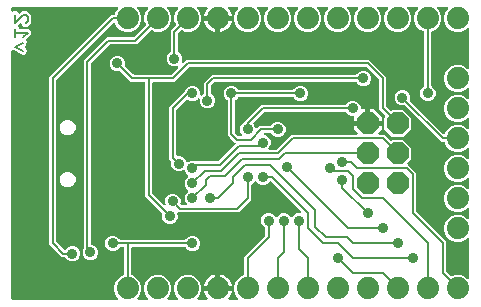
<source format=gbr>
G04 EAGLE Gerber RS-274X export*
G75*
%MOMM*%
%FSLAX34Y34*%
%LPD*%
%INBottom Copper*%
%IPPOS*%
%AMOC8*
5,1,8,0,0,1.08239X$1,22.5*%
G01*
%ADD10C,0.203200*%
%ADD11P,2.034460X8X112.500000*%
%ADD12C,1.879600*%
%ADD13C,0.889000*%

G36*
X92664Y3053D02*
X92664Y3053D01*
X92693Y3050D01*
X92804Y3073D01*
X92916Y3089D01*
X92943Y3101D01*
X92972Y3106D01*
X93072Y3159D01*
X93176Y3205D01*
X93198Y3224D01*
X93224Y3237D01*
X93306Y3315D01*
X93393Y3388D01*
X93409Y3413D01*
X93430Y3433D01*
X93487Y3531D01*
X93550Y3625D01*
X93559Y3653D01*
X93574Y3678D01*
X93602Y3788D01*
X93636Y3896D01*
X93637Y3926D01*
X93644Y3954D01*
X93640Y4067D01*
X93643Y4180D01*
X93636Y4209D01*
X93635Y4238D01*
X93600Y4346D01*
X93572Y4455D01*
X93557Y4481D01*
X93548Y4509D01*
X93502Y4573D01*
X93426Y4700D01*
X93381Y4743D01*
X93353Y4782D01*
X91909Y6225D01*
X90169Y10426D01*
X90169Y14974D01*
X91910Y19175D01*
X95125Y22390D01*
X97925Y23550D01*
X97926Y23551D01*
X97927Y23551D01*
X98046Y23622D01*
X98169Y23695D01*
X98170Y23696D01*
X98172Y23697D01*
X98268Y23799D01*
X98365Y23901D01*
X98365Y23903D01*
X98366Y23904D01*
X98431Y24030D01*
X98495Y24154D01*
X98495Y24156D01*
X98496Y24157D01*
X98498Y24172D01*
X98550Y24433D01*
X98547Y24463D01*
X98551Y24488D01*
X98551Y46736D01*
X98544Y46789D01*
X98545Y46821D01*
X98544Y46824D01*
X98545Y46852D01*
X98523Y46934D01*
X98511Y47018D01*
X98488Y47071D01*
X98473Y47127D01*
X98430Y47200D01*
X98395Y47277D01*
X98357Y47322D01*
X98328Y47372D01*
X98266Y47430D01*
X98212Y47494D01*
X98163Y47526D01*
X98120Y47566D01*
X98045Y47605D01*
X97975Y47652D01*
X97919Y47669D01*
X97867Y47696D01*
X97799Y47707D01*
X97704Y47737D01*
X97604Y47740D01*
X97536Y47751D01*
X95327Y47751D01*
X95325Y47751D01*
X95324Y47751D01*
X95183Y47731D01*
X95045Y47711D01*
X95044Y47711D01*
X95042Y47711D01*
X94915Y47653D01*
X94786Y47595D01*
X94785Y47594D01*
X94783Y47593D01*
X94676Y47502D01*
X94569Y47412D01*
X94568Y47410D01*
X94567Y47409D01*
X94559Y47396D01*
X94411Y47175D01*
X94404Y47152D01*
X94398Y47143D01*
X94396Y47136D01*
X94395Y47134D01*
X92569Y45308D01*
X90188Y44322D01*
X87612Y44322D01*
X85231Y45308D01*
X83408Y47131D01*
X82422Y49512D01*
X82422Y52088D01*
X83408Y54469D01*
X85231Y56292D01*
X87612Y57278D01*
X90188Y57278D01*
X92569Y56292D01*
X94393Y54468D01*
X94462Y54352D01*
X94534Y54231D01*
X94535Y54230D01*
X94535Y54228D01*
X94640Y54131D01*
X94740Y54035D01*
X94742Y54035D01*
X94743Y54034D01*
X94868Y53969D01*
X94993Y53905D01*
X94995Y53905D01*
X94996Y53904D01*
X95011Y53902D01*
X95272Y53850D01*
X95302Y53853D01*
X95327Y53849D01*
X149783Y53849D01*
X149785Y53849D01*
X149786Y53849D01*
X149927Y53869D01*
X150065Y53889D01*
X150066Y53889D01*
X150068Y53889D01*
X150195Y53947D01*
X150324Y54005D01*
X150325Y54006D01*
X150327Y54007D01*
X150434Y54098D01*
X150541Y54188D01*
X150542Y54190D01*
X150543Y54191D01*
X150551Y54204D01*
X150699Y54425D01*
X150708Y54454D01*
X150715Y54466D01*
X152541Y56292D01*
X154922Y57278D01*
X157498Y57278D01*
X159879Y56292D01*
X161702Y54469D01*
X162688Y52088D01*
X162688Y49512D01*
X161702Y47131D01*
X159879Y45308D01*
X157498Y44322D01*
X154922Y44322D01*
X152541Y45308D01*
X150717Y47132D01*
X150648Y47248D01*
X150576Y47369D01*
X150575Y47370D01*
X150575Y47372D01*
X150472Y47468D01*
X150370Y47565D01*
X150368Y47565D01*
X150367Y47566D01*
X150242Y47631D01*
X150117Y47695D01*
X150115Y47695D01*
X150114Y47696D01*
X150099Y47698D01*
X149838Y47750D01*
X149808Y47747D01*
X149783Y47751D01*
X105664Y47751D01*
X105606Y47743D01*
X105548Y47745D01*
X105466Y47723D01*
X105382Y47711D01*
X105329Y47688D01*
X105273Y47673D01*
X105200Y47630D01*
X105123Y47595D01*
X105078Y47557D01*
X105028Y47528D01*
X104970Y47466D01*
X104906Y47412D01*
X104874Y47363D01*
X104834Y47320D01*
X104795Y47245D01*
X104748Y47175D01*
X104731Y47119D01*
X104704Y47067D01*
X104693Y46999D01*
X104663Y46904D01*
X104660Y46804D01*
X104649Y46736D01*
X104649Y24488D01*
X104649Y24487D01*
X104649Y24485D01*
X104669Y24345D01*
X104689Y24207D01*
X104689Y24205D01*
X104689Y24204D01*
X104746Y24078D01*
X104805Y23947D01*
X104806Y23946D01*
X104807Y23945D01*
X104898Y23837D01*
X104988Y23730D01*
X104990Y23729D01*
X104991Y23728D01*
X105004Y23720D01*
X105225Y23573D01*
X105254Y23563D01*
X105275Y23550D01*
X108075Y22390D01*
X111290Y19175D01*
X113031Y14974D01*
X113031Y10426D01*
X111291Y6225D01*
X109847Y4782D01*
X109830Y4758D01*
X109807Y4739D01*
X109745Y4645D01*
X109676Y4555D01*
X109666Y4527D01*
X109650Y4503D01*
X109616Y4395D01*
X109575Y4289D01*
X109573Y4260D01*
X109564Y4232D01*
X109561Y4118D01*
X109552Y4006D01*
X109557Y3977D01*
X109557Y3948D01*
X109585Y3838D01*
X109608Y3727D01*
X109621Y3701D01*
X109628Y3673D01*
X109686Y3575D01*
X109739Y3475D01*
X109759Y3453D01*
X109774Y3428D01*
X109856Y3351D01*
X109934Y3269D01*
X109960Y3254D01*
X109981Y3234D01*
X110082Y3182D01*
X110180Y3125D01*
X110208Y3118D01*
X110234Y3104D01*
X110312Y3091D01*
X110455Y3055D01*
X110518Y3057D01*
X110565Y3049D01*
X118035Y3049D01*
X118064Y3053D01*
X118093Y3050D01*
X118204Y3073D01*
X118316Y3089D01*
X118343Y3101D01*
X118372Y3106D01*
X118472Y3159D01*
X118576Y3205D01*
X118598Y3224D01*
X118624Y3237D01*
X118706Y3315D01*
X118793Y3388D01*
X118809Y3413D01*
X118830Y3433D01*
X118887Y3531D01*
X118950Y3625D01*
X118959Y3653D01*
X118974Y3678D01*
X119002Y3788D01*
X119036Y3896D01*
X119037Y3926D01*
X119044Y3954D01*
X119040Y4067D01*
X119043Y4180D01*
X119036Y4209D01*
X119035Y4238D01*
X119000Y4346D01*
X118972Y4455D01*
X118957Y4481D01*
X118948Y4509D01*
X118902Y4573D01*
X118826Y4700D01*
X118781Y4743D01*
X118753Y4782D01*
X117309Y6225D01*
X115569Y10426D01*
X115569Y14974D01*
X117310Y19175D01*
X120525Y22390D01*
X124726Y24131D01*
X129274Y24131D01*
X133475Y22390D01*
X136690Y19175D01*
X138431Y14974D01*
X138431Y10426D01*
X136691Y6225D01*
X135247Y4782D01*
X135230Y4758D01*
X135207Y4739D01*
X135145Y4645D01*
X135076Y4555D01*
X135066Y4527D01*
X135050Y4503D01*
X135016Y4395D01*
X134975Y4289D01*
X134973Y4260D01*
X134964Y4232D01*
X134961Y4118D01*
X134952Y4006D01*
X134957Y3977D01*
X134957Y3948D01*
X134985Y3838D01*
X135008Y3727D01*
X135021Y3701D01*
X135028Y3673D01*
X135086Y3575D01*
X135139Y3475D01*
X135159Y3453D01*
X135174Y3428D01*
X135256Y3351D01*
X135334Y3269D01*
X135360Y3254D01*
X135381Y3234D01*
X135482Y3182D01*
X135580Y3125D01*
X135608Y3118D01*
X135634Y3104D01*
X135712Y3091D01*
X135855Y3055D01*
X135918Y3057D01*
X135965Y3049D01*
X143435Y3049D01*
X143464Y3053D01*
X143493Y3050D01*
X143604Y3073D01*
X143716Y3089D01*
X143743Y3101D01*
X143772Y3106D01*
X143872Y3159D01*
X143976Y3205D01*
X143998Y3224D01*
X144024Y3237D01*
X144106Y3315D01*
X144193Y3388D01*
X144209Y3413D01*
X144230Y3433D01*
X144287Y3531D01*
X144350Y3625D01*
X144359Y3653D01*
X144374Y3678D01*
X144402Y3788D01*
X144436Y3896D01*
X144437Y3926D01*
X144444Y3954D01*
X144440Y4067D01*
X144443Y4180D01*
X144436Y4209D01*
X144435Y4238D01*
X144400Y4346D01*
X144372Y4455D01*
X144357Y4481D01*
X144348Y4509D01*
X144302Y4573D01*
X144226Y4700D01*
X144181Y4743D01*
X144153Y4782D01*
X142709Y6225D01*
X140969Y10426D01*
X140969Y14974D01*
X142710Y19175D01*
X145925Y22390D01*
X150126Y24131D01*
X154674Y24131D01*
X158875Y22390D01*
X162090Y19175D01*
X163831Y14974D01*
X163831Y10426D01*
X162091Y6225D01*
X160647Y4782D01*
X160630Y4758D01*
X160607Y4739D01*
X160545Y4645D01*
X160476Y4555D01*
X160466Y4527D01*
X160450Y4503D01*
X160416Y4395D01*
X160375Y4289D01*
X160373Y4260D01*
X160364Y4232D01*
X160361Y4118D01*
X160352Y4006D01*
X160357Y3977D01*
X160357Y3948D01*
X160385Y3838D01*
X160408Y3727D01*
X160421Y3701D01*
X160428Y3673D01*
X160486Y3575D01*
X160539Y3475D01*
X160559Y3453D01*
X160574Y3428D01*
X160656Y3351D01*
X160734Y3269D01*
X160760Y3254D01*
X160781Y3234D01*
X160882Y3182D01*
X160980Y3125D01*
X161008Y3118D01*
X161034Y3104D01*
X161112Y3091D01*
X161255Y3055D01*
X161318Y3057D01*
X161365Y3049D01*
X168116Y3049D01*
X168145Y3053D01*
X168175Y3050D01*
X168286Y3073D01*
X168398Y3089D01*
X168425Y3101D01*
X168453Y3106D01*
X168554Y3159D01*
X168657Y3205D01*
X168680Y3224D01*
X168706Y3237D01*
X168788Y3315D01*
X168874Y3388D01*
X168891Y3413D01*
X168912Y3433D01*
X168969Y3531D01*
X169032Y3625D01*
X169041Y3653D01*
X169056Y3678D01*
X169083Y3788D01*
X169118Y3896D01*
X169118Y3925D01*
X169126Y3954D01*
X169122Y4067D01*
X169125Y4180D01*
X169118Y4209D01*
X169117Y4238D01*
X169082Y4346D01*
X169053Y4455D01*
X169038Y4481D01*
X169029Y4509D01*
X168983Y4573D01*
X168908Y4700D01*
X168862Y4743D01*
X168834Y4782D01*
X168694Y4923D01*
X167589Y6443D01*
X166736Y8117D01*
X166155Y9904D01*
X166034Y10669D01*
X176784Y10669D01*
X176842Y10677D01*
X176900Y10675D01*
X176982Y10697D01*
X177065Y10709D01*
X177119Y10733D01*
X177175Y10747D01*
X177248Y10790D01*
X177325Y10825D01*
X177369Y10863D01*
X177420Y10893D01*
X177477Y10954D01*
X177542Y11009D01*
X177574Y11057D01*
X177614Y11100D01*
X177653Y11175D01*
X177699Y11245D01*
X177717Y11301D01*
X177744Y11353D01*
X177755Y11421D01*
X177785Y11516D01*
X177788Y11616D01*
X177799Y11684D01*
X177799Y12701D01*
X177801Y12701D01*
X177801Y11684D01*
X177809Y11626D01*
X177808Y11568D01*
X177829Y11486D01*
X177841Y11403D01*
X177865Y11349D01*
X177879Y11293D01*
X177922Y11220D01*
X177957Y11143D01*
X177995Y11098D01*
X178025Y11048D01*
X178086Y10990D01*
X178141Y10926D01*
X178189Y10894D01*
X178232Y10854D01*
X178307Y10815D01*
X178377Y10769D01*
X178433Y10751D01*
X178485Y10724D01*
X178553Y10713D01*
X178648Y10683D01*
X178748Y10680D01*
X178816Y10669D01*
X189566Y10669D01*
X189445Y9904D01*
X188864Y8117D01*
X188011Y6443D01*
X186906Y4923D01*
X186766Y4782D01*
X186748Y4758D01*
X186726Y4739D01*
X186663Y4645D01*
X186595Y4555D01*
X186584Y4527D01*
X186568Y4503D01*
X186534Y4395D01*
X186494Y4289D01*
X186491Y4260D01*
X186482Y4232D01*
X186479Y4119D01*
X186470Y4006D01*
X186476Y3977D01*
X186475Y3948D01*
X186504Y3838D01*
X186526Y3727D01*
X186539Y3701D01*
X186547Y3673D01*
X186605Y3575D01*
X186657Y3475D01*
X186677Y3453D01*
X186692Y3428D01*
X186775Y3351D01*
X186853Y3269D01*
X186878Y3254D01*
X186899Y3234D01*
X187000Y3182D01*
X187098Y3125D01*
X187126Y3118D01*
X187153Y3104D01*
X187230Y3091D01*
X187373Y3055D01*
X187436Y3057D01*
X187484Y3049D01*
X194235Y3049D01*
X194264Y3053D01*
X194293Y3050D01*
X194404Y3073D01*
X194516Y3089D01*
X194543Y3101D01*
X194572Y3106D01*
X194672Y3159D01*
X194776Y3205D01*
X194798Y3224D01*
X194824Y3237D01*
X194906Y3315D01*
X194993Y3388D01*
X195009Y3413D01*
X195030Y3433D01*
X195087Y3531D01*
X195150Y3625D01*
X195159Y3653D01*
X195174Y3678D01*
X195202Y3788D01*
X195236Y3896D01*
X195237Y3926D01*
X195244Y3954D01*
X195240Y4067D01*
X195243Y4180D01*
X195236Y4209D01*
X195235Y4238D01*
X195200Y4346D01*
X195172Y4455D01*
X195157Y4481D01*
X195148Y4509D01*
X195102Y4573D01*
X195026Y4700D01*
X194981Y4743D01*
X194953Y4782D01*
X193509Y6225D01*
X191769Y10426D01*
X191769Y14974D01*
X193510Y19175D01*
X196725Y22390D01*
X199525Y23550D01*
X199526Y23551D01*
X199527Y23551D01*
X199646Y23622D01*
X199769Y23695D01*
X199770Y23696D01*
X199772Y23697D01*
X199868Y23799D01*
X199965Y23901D01*
X199965Y23903D01*
X199966Y23904D01*
X200031Y24030D01*
X200095Y24154D01*
X200095Y24156D01*
X200096Y24157D01*
X200098Y24172D01*
X200150Y24433D01*
X200147Y24463D01*
X200151Y24488D01*
X200151Y39363D01*
X217634Y56845D01*
X217686Y56915D01*
X217746Y56979D01*
X217772Y57029D01*
X217805Y57073D01*
X217836Y57154D01*
X217876Y57232D01*
X217884Y57280D01*
X217906Y57338D01*
X217918Y57486D01*
X217931Y57563D01*
X217931Y63423D01*
X217931Y63425D01*
X217931Y63426D01*
X217911Y63567D01*
X217891Y63705D01*
X217891Y63706D01*
X217891Y63708D01*
X217833Y63835D01*
X217775Y63964D01*
X217774Y63965D01*
X217773Y63967D01*
X217682Y64074D01*
X217592Y64181D01*
X217590Y64182D01*
X217589Y64183D01*
X217576Y64191D01*
X217355Y64339D01*
X217326Y64348D01*
X217314Y64355D01*
X215488Y66181D01*
X214502Y68562D01*
X214502Y71138D01*
X215488Y73519D01*
X217311Y75342D01*
X219692Y76328D01*
X222268Y76328D01*
X224649Y75342D01*
X226612Y73379D01*
X226659Y73344D01*
X226699Y73301D01*
X226772Y73259D01*
X226839Y73208D01*
X226894Y73187D01*
X226944Y73158D01*
X227026Y73137D01*
X227105Y73107D01*
X227163Y73102D01*
X227220Y73087D01*
X227304Y73090D01*
X227388Y73083D01*
X227446Y73095D01*
X227504Y73096D01*
X227584Y73122D01*
X227667Y73139D01*
X227719Y73166D01*
X227775Y73184D01*
X227831Y73224D01*
X227919Y73270D01*
X227992Y73339D01*
X228048Y73379D01*
X230011Y75342D01*
X232392Y76328D01*
X234968Y76328D01*
X237349Y75342D01*
X239312Y73379D01*
X239359Y73344D01*
X239399Y73301D01*
X239472Y73259D01*
X239539Y73208D01*
X239594Y73187D01*
X239644Y73158D01*
X239726Y73137D01*
X239805Y73107D01*
X239863Y73102D01*
X239920Y73087D01*
X240004Y73090D01*
X240088Y73083D01*
X240146Y73095D01*
X240204Y73096D01*
X240284Y73122D01*
X240367Y73139D01*
X240419Y73166D01*
X240475Y73184D01*
X240531Y73224D01*
X240619Y73270D01*
X240692Y73339D01*
X240748Y73379D01*
X242711Y75342D01*
X245092Y76328D01*
X247110Y76328D01*
X247139Y76332D01*
X247168Y76329D01*
X247279Y76352D01*
X247391Y76368D01*
X247418Y76380D01*
X247447Y76385D01*
X247547Y76437D01*
X247651Y76484D01*
X247673Y76503D01*
X247699Y76516D01*
X247781Y76594D01*
X247868Y76667D01*
X247884Y76692D01*
X247905Y76712D01*
X247962Y76810D01*
X248025Y76904D01*
X248034Y76932D01*
X248049Y76957D01*
X248077Y77067D01*
X248111Y77175D01*
X248112Y77205D01*
X248119Y77233D01*
X248115Y77346D01*
X248118Y77459D01*
X248111Y77488D01*
X248110Y77517D01*
X248075Y77625D01*
X248046Y77734D01*
X248031Y77760D01*
X248022Y77788D01*
X247977Y77851D01*
X247901Y77979D01*
X247856Y78022D01*
X247828Y78061D01*
X222853Y103036D01*
X222806Y103071D01*
X222766Y103113D01*
X222693Y103156D01*
X222625Y103207D01*
X222571Y103228D01*
X222520Y103257D01*
X222439Y103278D01*
X222360Y103308D01*
X222301Y103313D01*
X222245Y103327D01*
X222160Y103325D01*
X222076Y103332D01*
X222019Y103320D01*
X221961Y103318D01*
X221880Y103292D01*
X221798Y103276D01*
X221746Y103249D01*
X221690Y103231D01*
X221634Y103191D01*
X221545Y103145D01*
X221473Y103076D01*
X221417Y103036D01*
X219569Y101188D01*
X217188Y100202D01*
X214612Y100202D01*
X212231Y101188D01*
X210268Y103151D01*
X210221Y103186D01*
X210181Y103229D01*
X210108Y103271D01*
X210041Y103322D01*
X209986Y103343D01*
X209936Y103372D01*
X209854Y103393D01*
X209775Y103423D01*
X209717Y103428D01*
X209660Y103443D01*
X209576Y103440D01*
X209492Y103447D01*
X209434Y103435D01*
X209376Y103434D01*
X209296Y103408D01*
X209213Y103391D01*
X209161Y103364D01*
X209105Y103346D01*
X209049Y103306D01*
X208961Y103260D01*
X208888Y103191D01*
X208832Y103151D01*
X206868Y101187D01*
X206752Y101118D01*
X206631Y101046D01*
X206630Y101045D01*
X206628Y101045D01*
X206528Y100938D01*
X206435Y100840D01*
X206435Y100838D01*
X206434Y100837D01*
X206369Y100710D01*
X206305Y100587D01*
X206305Y100585D01*
X206304Y100584D01*
X206302Y100569D01*
X206250Y100308D01*
X206253Y100278D01*
X206249Y100253D01*
X206249Y87637D01*
X195573Y76961D01*
X144660Y76961D01*
X144627Y76979D01*
X144571Y76990D01*
X144518Y77010D01*
X144432Y77017D01*
X144348Y77034D01*
X144291Y77029D01*
X144235Y77033D01*
X144150Y77017D01*
X144065Y77009D01*
X144012Y76989D01*
X143956Y76978D01*
X143880Y76938D01*
X143799Y76907D01*
X143754Y76873D01*
X143704Y76847D01*
X143641Y76787D01*
X143573Y76735D01*
X143539Y76690D01*
X143498Y76651D01*
X143454Y76577D01*
X143403Y76508D01*
X143382Y76455D01*
X143354Y76406D01*
X143333Y76322D01*
X143302Y76242D01*
X143298Y76185D01*
X143284Y76130D01*
X143286Y76044D01*
X143279Y75958D01*
X143291Y75910D01*
X143293Y75846D01*
X143337Y75708D01*
X143355Y75631D01*
X143638Y74948D01*
X143638Y72372D01*
X142652Y69991D01*
X140829Y68168D01*
X138448Y67182D01*
X135872Y67182D01*
X133491Y68168D01*
X131668Y69991D01*
X130682Y72372D01*
X130682Y74951D01*
X130714Y75076D01*
X130751Y75218D01*
X130751Y75219D01*
X130751Y75221D01*
X130747Y75359D01*
X130743Y75502D01*
X130742Y75503D01*
X130742Y75505D01*
X130701Y75631D01*
X130656Y75773D01*
X130655Y75774D01*
X130655Y75775D01*
X130646Y75788D01*
X130498Y76009D01*
X130474Y76028D01*
X130460Y76049D01*
X116331Y90177D01*
X116331Y186436D01*
X116323Y186494D01*
X116325Y186552D01*
X116303Y186634D01*
X116291Y186718D01*
X116268Y186771D01*
X116253Y186827D01*
X116210Y186900D01*
X116175Y186977D01*
X116137Y187022D01*
X116108Y187072D01*
X116046Y187130D01*
X115992Y187194D01*
X115943Y187226D01*
X115900Y187266D01*
X115825Y187305D01*
X115755Y187352D01*
X115699Y187369D01*
X115647Y187396D01*
X115579Y187407D01*
X115484Y187437D01*
X115384Y187440D01*
X115316Y187451D01*
X104147Y187451D01*
X95099Y196500D01*
X95098Y196501D01*
X95097Y196502D01*
X94980Y196589D01*
X94872Y196671D01*
X94870Y196671D01*
X94869Y196672D01*
X94739Y196721D01*
X94606Y196772D01*
X94604Y196772D01*
X94603Y196772D01*
X94465Y196784D01*
X94323Y196795D01*
X94321Y196795D01*
X94319Y196795D01*
X94304Y196792D01*
X94044Y196739D01*
X94017Y196725D01*
X94003Y196722D01*
X91422Y196722D01*
X89041Y197708D01*
X87218Y199531D01*
X86232Y201912D01*
X86232Y204488D01*
X87218Y206869D01*
X89041Y208692D01*
X91422Y209678D01*
X93998Y209678D01*
X96379Y208692D01*
X98202Y206869D01*
X99188Y204488D01*
X99188Y201909D01*
X99154Y201777D01*
X99119Y201642D01*
X99119Y201641D01*
X99119Y201639D01*
X99123Y201498D01*
X99127Y201358D01*
X99128Y201357D01*
X99128Y201355D01*
X99171Y201222D01*
X99214Y201087D01*
X99215Y201086D01*
X99215Y201085D01*
X99224Y201072D01*
X99372Y200851D01*
X99396Y200832D01*
X99410Y200811D01*
X106375Y193846D01*
X106445Y193794D01*
X106509Y193734D01*
X106559Y193708D01*
X106603Y193675D01*
X106684Y193644D01*
X106762Y193604D01*
X106810Y193596D01*
X106868Y193574D01*
X107016Y193562D01*
X107093Y193549D01*
X138017Y193549D01*
X138103Y193561D01*
X138191Y193564D01*
X138243Y193581D01*
X138298Y193589D01*
X138378Y193624D01*
X138461Y193651D01*
X138500Y193679D01*
X138558Y193705D01*
X138671Y193801D01*
X138735Y193846D01*
X144048Y199159D01*
X144099Y199228D01*
X144158Y199290D01*
X144184Y199341D01*
X144219Y199386D01*
X144249Y199467D01*
X144289Y199543D01*
X144300Y199599D01*
X144320Y199652D01*
X144327Y199738D01*
X144344Y199822D01*
X144339Y199879D01*
X144343Y199935D01*
X144326Y200020D01*
X144319Y200105D01*
X144299Y200158D01*
X144287Y200214D01*
X144248Y200290D01*
X144217Y200371D01*
X144183Y200416D01*
X144156Y200466D01*
X144097Y200529D01*
X144045Y200597D01*
X144000Y200631D01*
X143961Y200673D01*
X143887Y200716D01*
X143818Y200767D01*
X143764Y200788D01*
X143715Y200816D01*
X143632Y200837D01*
X143552Y200868D01*
X143495Y200872D01*
X143440Y200886D01*
X143354Y200884D01*
X143268Y200891D01*
X143220Y200879D01*
X143156Y200877D01*
X143018Y200833D01*
X142941Y200815D01*
X142258Y200532D01*
X139682Y200532D01*
X137301Y201518D01*
X135478Y203341D01*
X134492Y205722D01*
X134492Y208298D01*
X135478Y210679D01*
X137302Y212503D01*
X137418Y212572D01*
X137539Y212644D01*
X137540Y212645D01*
X137542Y212645D01*
X137639Y212750D01*
X137735Y212850D01*
X137735Y212852D01*
X137736Y212853D01*
X137801Y212978D01*
X137865Y213103D01*
X137865Y213105D01*
X137866Y213106D01*
X137868Y213121D01*
X137920Y213382D01*
X137917Y213412D01*
X137921Y213437D01*
X137921Y231133D01*
X141909Y235120D01*
X141910Y235122D01*
X141911Y235123D01*
X141996Y235236D01*
X142080Y235348D01*
X142080Y235349D01*
X142081Y235350D01*
X142131Y235482D01*
X142181Y235613D01*
X142181Y235615D01*
X142182Y235616D01*
X142193Y235758D01*
X142204Y235897D01*
X142204Y235898D01*
X142204Y235900D01*
X142201Y235915D01*
X142149Y236175D01*
X142135Y236202D01*
X142129Y236227D01*
X140969Y239026D01*
X140969Y243574D01*
X142709Y247775D01*
X144153Y249218D01*
X144170Y249242D01*
X144193Y249261D01*
X144255Y249355D01*
X144324Y249445D01*
X144334Y249473D01*
X144350Y249497D01*
X144384Y249605D01*
X144425Y249711D01*
X144427Y249740D01*
X144436Y249768D01*
X144439Y249882D01*
X144448Y249994D01*
X144443Y250023D01*
X144443Y250052D01*
X144415Y250162D01*
X144392Y250273D01*
X144379Y250299D01*
X144372Y250327D01*
X144314Y250425D01*
X144261Y250525D01*
X144241Y250547D01*
X144226Y250572D01*
X144144Y250649D01*
X144066Y250731D01*
X144040Y250746D01*
X144019Y250766D01*
X143918Y250818D01*
X143820Y250875D01*
X143792Y250882D01*
X143766Y250896D01*
X143688Y250909D01*
X143545Y250945D01*
X143482Y250943D01*
X143435Y250951D01*
X135965Y250951D01*
X135936Y250947D01*
X135907Y250950D01*
X135796Y250927D01*
X135684Y250911D01*
X135657Y250899D01*
X135628Y250894D01*
X135528Y250841D01*
X135424Y250795D01*
X135402Y250776D01*
X135376Y250763D01*
X135294Y250685D01*
X135207Y250612D01*
X135191Y250587D01*
X135170Y250567D01*
X135113Y250469D01*
X135050Y250375D01*
X135041Y250347D01*
X135026Y250322D01*
X134998Y250212D01*
X134964Y250104D01*
X134963Y250074D01*
X134956Y250046D01*
X134960Y249933D01*
X134957Y249820D01*
X134964Y249791D01*
X134965Y249762D01*
X135000Y249654D01*
X135028Y249545D01*
X135043Y249519D01*
X135052Y249491D01*
X135098Y249427D01*
X135174Y249300D01*
X135219Y249257D01*
X135247Y249218D01*
X136691Y247775D01*
X138431Y243574D01*
X138431Y239026D01*
X136690Y234825D01*
X133475Y231610D01*
X129274Y229869D01*
X124726Y229869D01*
X121927Y231029D01*
X121925Y231029D01*
X121924Y231030D01*
X121790Y231064D01*
X121651Y231100D01*
X121650Y231100D01*
X121648Y231100D01*
X121508Y231096D01*
X121367Y231092D01*
X121366Y231091D01*
X121364Y231091D01*
X121231Y231048D01*
X121097Y231005D01*
X121095Y231004D01*
X121094Y231004D01*
X121082Y230995D01*
X120860Y230847D01*
X120841Y230823D01*
X120820Y230809D01*
X109213Y219201D01*
X86773Y219201D01*
X86687Y219189D01*
X86599Y219186D01*
X86547Y219169D01*
X86492Y219161D01*
X86412Y219126D01*
X86329Y219099D01*
X86290Y219071D01*
X86232Y219045D01*
X86119Y218949D01*
X86055Y218904D01*
X70656Y203505D01*
X70604Y203435D01*
X70544Y203371D01*
X70518Y203321D01*
X70485Y203277D01*
X70454Y203196D01*
X70414Y203118D01*
X70406Y203070D01*
X70384Y203012D01*
X70372Y202864D01*
X70359Y202787D01*
X70359Y50659D01*
X70359Y50658D01*
X70359Y50656D01*
X70379Y50516D01*
X70399Y50378D01*
X70399Y50376D01*
X70399Y50375D01*
X70456Y50249D01*
X70515Y50118D01*
X70516Y50117D01*
X70517Y50116D01*
X70610Y50005D01*
X70698Y49901D01*
X70700Y49900D01*
X70701Y49899D01*
X70714Y49891D01*
X70935Y49744D01*
X70964Y49734D01*
X70985Y49721D01*
X73519Y48672D01*
X75342Y46849D01*
X76328Y44468D01*
X76328Y41892D01*
X75342Y39511D01*
X73519Y37688D01*
X71138Y36702D01*
X68562Y36702D01*
X66181Y37688D01*
X64358Y39511D01*
X63372Y41892D01*
X63372Y44468D01*
X64184Y46428D01*
X64192Y46458D01*
X64206Y46486D01*
X64219Y46563D01*
X64255Y46703D01*
X64253Y46768D01*
X64261Y46817D01*
X64261Y205733D01*
X83827Y225299D01*
X106267Y225299D01*
X106353Y225311D01*
X106441Y225314D01*
X106493Y225331D01*
X106548Y225339D01*
X106628Y225374D01*
X106711Y225401D01*
X106750Y225429D01*
X106808Y225455D01*
X106921Y225551D01*
X106985Y225596D01*
X116509Y235120D01*
X116510Y235122D01*
X116511Y235123D01*
X116596Y235236D01*
X116680Y235348D01*
X116680Y235349D01*
X116681Y235350D01*
X116731Y235482D01*
X116781Y235613D01*
X116781Y235615D01*
X116782Y235616D01*
X116793Y235758D01*
X116804Y235897D01*
X116804Y235898D01*
X116804Y235900D01*
X116801Y235915D01*
X116749Y236175D01*
X116735Y236202D01*
X116729Y236227D01*
X115569Y239026D01*
X115569Y243574D01*
X117309Y247775D01*
X118753Y249218D01*
X118770Y249242D01*
X118793Y249261D01*
X118855Y249355D01*
X118924Y249445D01*
X118934Y249473D01*
X118950Y249497D01*
X118984Y249605D01*
X119025Y249711D01*
X119027Y249740D01*
X119036Y249768D01*
X119039Y249882D01*
X119048Y249994D01*
X119043Y250023D01*
X119043Y250052D01*
X119015Y250162D01*
X118992Y250273D01*
X118979Y250299D01*
X118972Y250327D01*
X118914Y250425D01*
X118861Y250525D01*
X118841Y250547D01*
X118826Y250572D01*
X118744Y250649D01*
X118666Y250731D01*
X118640Y250746D01*
X118619Y250766D01*
X118518Y250818D01*
X118420Y250875D01*
X118392Y250882D01*
X118366Y250896D01*
X118288Y250909D01*
X118145Y250945D01*
X118082Y250943D01*
X118035Y250951D01*
X110565Y250951D01*
X110536Y250947D01*
X110507Y250950D01*
X110396Y250927D01*
X110284Y250911D01*
X110257Y250899D01*
X110228Y250894D01*
X110128Y250841D01*
X110024Y250795D01*
X110002Y250776D01*
X109976Y250763D01*
X109894Y250685D01*
X109807Y250612D01*
X109791Y250587D01*
X109770Y250567D01*
X109713Y250469D01*
X109650Y250375D01*
X109641Y250347D01*
X109626Y250322D01*
X109598Y250212D01*
X109564Y250104D01*
X109563Y250074D01*
X109556Y250046D01*
X109560Y249933D01*
X109557Y249820D01*
X109564Y249791D01*
X109565Y249762D01*
X109600Y249654D01*
X109628Y249545D01*
X109643Y249519D01*
X109652Y249491D01*
X109698Y249427D01*
X109774Y249300D01*
X109819Y249257D01*
X109847Y249218D01*
X111291Y247775D01*
X113031Y243574D01*
X113031Y239026D01*
X111290Y234825D01*
X108075Y231610D01*
X103874Y229869D01*
X99326Y229869D01*
X95125Y231610D01*
X91910Y234825D01*
X90976Y237079D01*
X90917Y237178D01*
X90865Y237280D01*
X90845Y237300D01*
X90831Y237324D01*
X90748Y237403D01*
X90669Y237486D01*
X90645Y237500D01*
X90625Y237519D01*
X90523Y237572D01*
X90423Y237630D01*
X90397Y237637D01*
X90372Y237649D01*
X90259Y237672D01*
X90148Y237700D01*
X90120Y237699D01*
X90093Y237704D01*
X89979Y237694D01*
X89864Y237691D01*
X89837Y237682D01*
X89810Y237680D01*
X89703Y237639D01*
X89593Y237603D01*
X89573Y237589D01*
X89544Y237578D01*
X89332Y237417D01*
X89320Y237408D01*
X41446Y189535D01*
X41436Y189521D01*
X41429Y189515D01*
X41409Y189486D01*
X41394Y189465D01*
X41334Y189401D01*
X41308Y189351D01*
X41275Y189307D01*
X41244Y189226D01*
X41204Y189148D01*
X41196Y189100D01*
X41174Y189042D01*
X41162Y188894D01*
X41149Y188817D01*
X41149Y52483D01*
X41161Y52397D01*
X41164Y52309D01*
X41181Y52257D01*
X41189Y52202D01*
X41224Y52122D01*
X41251Y52039D01*
X41279Y52000D01*
X41305Y51942D01*
X41401Y51829D01*
X41446Y51765D01*
X47657Y45554D01*
X47704Y45519D01*
X47744Y45477D01*
X47817Y45434D01*
X47885Y45383D01*
X47939Y45362D01*
X47990Y45333D01*
X48071Y45312D01*
X48150Y45282D01*
X48209Y45277D01*
X48265Y45263D01*
X48350Y45265D01*
X48434Y45258D01*
X48491Y45270D01*
X48549Y45272D01*
X48630Y45298D01*
X48712Y45314D01*
X48764Y45341D01*
X48820Y45359D01*
X48876Y45399D01*
X48965Y45445D01*
X49037Y45514D01*
X49093Y45554D01*
X50941Y47402D01*
X53322Y48388D01*
X55898Y48388D01*
X58279Y47402D01*
X60102Y45579D01*
X61088Y43198D01*
X61088Y40622D01*
X60102Y38241D01*
X58279Y36418D01*
X55898Y35432D01*
X53322Y35432D01*
X50941Y36418D01*
X49117Y38242D01*
X49048Y38358D01*
X48976Y38479D01*
X48975Y38480D01*
X48975Y38482D01*
X48872Y38578D01*
X48770Y38675D01*
X48768Y38675D01*
X48767Y38676D01*
X48642Y38741D01*
X48517Y38805D01*
X48515Y38805D01*
X48514Y38806D01*
X48499Y38808D01*
X48238Y38860D01*
X48208Y38857D01*
X48183Y38861D01*
X45727Y38861D01*
X35051Y49537D01*
X35051Y191763D01*
X87637Y244349D01*
X89812Y244349D01*
X89813Y244349D01*
X89815Y244349D01*
X89955Y244369D01*
X90093Y244389D01*
X90095Y244389D01*
X90096Y244389D01*
X90222Y244446D01*
X90353Y244505D01*
X90354Y244506D01*
X90355Y244507D01*
X90463Y244598D01*
X90570Y244688D01*
X90571Y244690D01*
X90572Y244691D01*
X90580Y244704D01*
X90727Y244925D01*
X90737Y244954D01*
X90750Y244975D01*
X91909Y247775D01*
X93353Y249218D01*
X93370Y249242D01*
X93393Y249261D01*
X93455Y249355D01*
X93524Y249445D01*
X93534Y249473D01*
X93550Y249497D01*
X93584Y249605D01*
X93625Y249711D01*
X93627Y249740D01*
X93636Y249768D01*
X93639Y249882D01*
X93648Y249994D01*
X93643Y250023D01*
X93643Y250052D01*
X93615Y250162D01*
X93592Y250273D01*
X93579Y250299D01*
X93572Y250327D01*
X93514Y250425D01*
X93461Y250525D01*
X93441Y250547D01*
X93426Y250572D01*
X93344Y250649D01*
X93266Y250731D01*
X93240Y250746D01*
X93219Y250766D01*
X93118Y250818D01*
X93020Y250875D01*
X92992Y250882D01*
X92966Y250896D01*
X92888Y250909D01*
X92745Y250945D01*
X92682Y250943D01*
X92635Y250951D01*
X4064Y250951D01*
X4006Y250943D01*
X3948Y250945D01*
X3866Y250923D01*
X3782Y250911D01*
X3729Y250888D01*
X3673Y250873D01*
X3600Y250830D01*
X3523Y250795D01*
X3478Y250757D01*
X3428Y250728D01*
X3370Y250666D01*
X3306Y250612D01*
X3274Y250563D01*
X3234Y250520D01*
X3195Y250445D01*
X3148Y250375D01*
X3131Y250319D01*
X3104Y250267D01*
X3093Y250199D01*
X3063Y250104D01*
X3060Y250004D01*
X3049Y249936D01*
X3049Y247805D01*
X3053Y247776D01*
X3050Y247747D01*
X3073Y247636D01*
X3089Y247524D01*
X3101Y247497D01*
X3106Y247468D01*
X3158Y247368D01*
X3205Y247264D01*
X3224Y247242D01*
X3237Y247216D01*
X3315Y247134D01*
X3388Y247047D01*
X3413Y247031D01*
X3433Y247010D01*
X3531Y246953D01*
X3625Y246890D01*
X3653Y246881D01*
X3678Y246866D01*
X3788Y246838D01*
X3896Y246804D01*
X3925Y246803D01*
X3954Y246796D01*
X4067Y246800D01*
X4180Y246797D01*
X4209Y246804D01*
X4238Y246805D01*
X4346Y246840D01*
X4455Y246869D01*
X4481Y246884D01*
X4509Y246893D01*
X4572Y246938D01*
X4700Y247014D01*
X4743Y247059D01*
X4782Y247087D01*
X4833Y247139D01*
X7359Y247139D01*
X8937Y245560D01*
X8984Y245525D01*
X9024Y245483D01*
X9097Y245440D01*
X9164Y245390D01*
X9219Y245369D01*
X9269Y245339D01*
X9351Y245318D01*
X9430Y245288D01*
X9488Y245283D01*
X9545Y245269D01*
X9629Y245272D01*
X9713Y245265D01*
X9771Y245276D01*
X9829Y245278D01*
X9909Y245304D01*
X9992Y245321D01*
X10044Y245348D01*
X10100Y245366D01*
X10156Y245406D01*
X10244Y245452D01*
X10317Y245520D01*
X10373Y245560D01*
X11951Y247139D01*
X16256Y247139D01*
X17326Y246070D01*
X17739Y245657D01*
X18753Y244643D01*
X19822Y243573D01*
X19822Y237489D01*
X18712Y236379D01*
X17739Y235405D01*
X16256Y233923D01*
X13731Y233923D01*
X11945Y235709D01*
X11945Y236058D01*
X11941Y236087D01*
X11943Y236117D01*
X11921Y236228D01*
X11905Y236340D01*
X11893Y236366D01*
X11887Y236395D01*
X11835Y236496D01*
X11789Y236599D01*
X11770Y236622D01*
X11756Y236648D01*
X11678Y236730D01*
X11605Y236816D01*
X11581Y236832D01*
X11561Y236854D01*
X11463Y236911D01*
X11368Y236974D01*
X11340Y236983D01*
X11315Y236997D01*
X11206Y237025D01*
X11097Y237060D01*
X11068Y237060D01*
X11040Y237068D01*
X10927Y237064D01*
X10813Y237067D01*
X10785Y237059D01*
X10756Y237058D01*
X10648Y237024D01*
X10538Y236995D01*
X10513Y236980D01*
X10485Y236971D01*
X10421Y236926D01*
X10294Y236850D01*
X10251Y236804D01*
X10212Y236776D01*
X8837Y235402D01*
X8802Y235355D01*
X8760Y235315D01*
X8717Y235242D01*
X8667Y235175D01*
X8646Y235120D01*
X8616Y235070D01*
X8595Y234988D01*
X8565Y234909D01*
X8561Y234851D01*
X8546Y234794D01*
X8549Y234710D01*
X8542Y234626D01*
X8553Y234568D01*
X8555Y234510D01*
X8581Y234430D01*
X8598Y234347D01*
X8625Y234295D01*
X8643Y234239D01*
X8683Y234183D01*
X8729Y234095D01*
X8797Y234022D01*
X8837Y233966D01*
X9145Y233659D01*
X9145Y232901D01*
X9153Y232843D01*
X9151Y232785D01*
X9173Y232703D01*
X9185Y232620D01*
X9208Y232566D01*
X9223Y232510D01*
X9266Y232437D01*
X9301Y232360D01*
X9339Y232315D01*
X9368Y232265D01*
X9430Y232207D01*
X9484Y232143D01*
X9533Y232111D01*
X9576Y232071D01*
X9651Y232032D01*
X9721Y231986D01*
X9777Y231968D01*
X9829Y231941D01*
X9897Y231930D01*
X9992Y231900D01*
X10092Y231897D01*
X10160Y231886D01*
X18036Y231886D01*
X19822Y230100D01*
X19822Y227574D01*
X15916Y223668D01*
X15893Y223638D01*
X15865Y223613D01*
X15808Y223525D01*
X15745Y223441D01*
X15731Y223406D01*
X15711Y223374D01*
X15681Y223273D01*
X15644Y223175D01*
X15641Y223138D01*
X15630Y223101D01*
X15629Y222996D01*
X15620Y222892D01*
X15627Y222855D01*
X15627Y222817D01*
X15650Y222742D01*
X15676Y222613D01*
X15710Y222549D01*
X15726Y222496D01*
X16506Y220936D01*
X15707Y218540D01*
X14729Y218051D01*
X14647Y217995D01*
X14561Y217945D01*
X14531Y217914D01*
X14495Y217890D01*
X14432Y217813D01*
X14363Y217741D01*
X14343Y217703D01*
X14315Y217670D01*
X14276Y217578D01*
X14229Y217490D01*
X14220Y217448D01*
X14203Y217408D01*
X14191Y217309D01*
X14170Y217212D01*
X14174Y217169D01*
X14168Y217126D01*
X14184Y217028D01*
X14191Y216928D01*
X14206Y216888D01*
X14213Y216845D01*
X14255Y216755D01*
X14289Y216662D01*
X14315Y216627D01*
X14333Y216588D01*
X14399Y216513D01*
X14458Y216433D01*
X14489Y216410D01*
X14520Y216374D01*
X14672Y216277D01*
X14729Y216235D01*
X15707Y215746D01*
X16506Y213350D01*
X15376Y211091D01*
X12980Y210292D01*
X4991Y214287D01*
X4912Y214313D01*
X4858Y214342D01*
X4385Y214500D01*
X4307Y214514D01*
X4232Y214538D01*
X4168Y214540D01*
X4105Y214551D01*
X4027Y214543D01*
X3948Y214545D01*
X3886Y214529D01*
X3823Y214523D01*
X3749Y214493D01*
X3673Y214473D01*
X3618Y214441D01*
X3559Y214417D01*
X3496Y214369D01*
X3428Y214328D01*
X3385Y214282D01*
X3334Y214242D01*
X3288Y214178D01*
X3234Y214121D01*
X3205Y214064D01*
X3167Y214012D01*
X3140Y213938D01*
X3104Y213868D01*
X3095Y213814D01*
X3070Y213745D01*
X3062Y213614D01*
X3049Y213537D01*
X3049Y4064D01*
X3057Y4006D01*
X3055Y3948D01*
X3077Y3866D01*
X3089Y3782D01*
X3112Y3729D01*
X3127Y3673D01*
X3170Y3600D01*
X3205Y3523D01*
X3243Y3478D01*
X3272Y3428D01*
X3334Y3370D01*
X3388Y3306D01*
X3437Y3274D01*
X3480Y3234D01*
X3555Y3195D01*
X3625Y3148D01*
X3681Y3131D01*
X3733Y3104D01*
X3801Y3093D01*
X3896Y3063D01*
X3996Y3060D01*
X4064Y3049D01*
X92635Y3049D01*
X92664Y3053D01*
G37*
G36*
X389723Y20657D02*
X389723Y20657D01*
X389752Y20657D01*
X389862Y20685D01*
X389973Y20708D01*
X389999Y20721D01*
X390027Y20728D01*
X390125Y20786D01*
X390225Y20839D01*
X390247Y20859D01*
X390272Y20874D01*
X390349Y20956D01*
X390431Y21034D01*
X390446Y21060D01*
X390466Y21081D01*
X390518Y21182D01*
X390575Y21280D01*
X390582Y21308D01*
X390596Y21334D01*
X390609Y21412D01*
X390645Y21555D01*
X390643Y21618D01*
X390651Y21665D01*
X390651Y54535D01*
X390647Y54564D01*
X390650Y54593D01*
X390627Y54704D01*
X390611Y54816D01*
X390599Y54843D01*
X390594Y54872D01*
X390541Y54972D01*
X390495Y55076D01*
X390476Y55098D01*
X390463Y55124D01*
X390385Y55206D01*
X390312Y55293D01*
X390287Y55309D01*
X390267Y55330D01*
X390169Y55387D01*
X390075Y55450D01*
X390047Y55459D01*
X390022Y55474D01*
X389912Y55502D01*
X389804Y55536D01*
X389774Y55537D01*
X389746Y55544D01*
X389633Y55540D01*
X389520Y55543D01*
X389491Y55536D01*
X389462Y55535D01*
X389354Y55500D01*
X389245Y55472D01*
X389219Y55457D01*
X389191Y55448D01*
X389127Y55402D01*
X389000Y55326D01*
X388957Y55281D01*
X388918Y55253D01*
X387475Y53809D01*
X383274Y52069D01*
X378726Y52069D01*
X374525Y53810D01*
X371310Y57025D01*
X369569Y61226D01*
X369569Y65774D01*
X371310Y69975D01*
X374525Y73190D01*
X378726Y74931D01*
X383274Y74931D01*
X387475Y73191D01*
X388918Y71747D01*
X388942Y71730D01*
X388961Y71707D01*
X389055Y71645D01*
X389145Y71576D01*
X389173Y71566D01*
X389197Y71550D01*
X389305Y71516D01*
X389411Y71475D01*
X389440Y71473D01*
X389468Y71464D01*
X389582Y71461D01*
X389694Y71452D01*
X389723Y71457D01*
X389752Y71457D01*
X389862Y71485D01*
X389973Y71508D01*
X389999Y71521D01*
X390027Y71528D01*
X390125Y71586D01*
X390225Y71639D01*
X390247Y71659D01*
X390272Y71674D01*
X390349Y71756D01*
X390431Y71834D01*
X390446Y71860D01*
X390466Y71881D01*
X390518Y71982D01*
X390575Y72080D01*
X390582Y72108D01*
X390596Y72134D01*
X390609Y72212D01*
X390645Y72355D01*
X390643Y72418D01*
X390651Y72465D01*
X390651Y79935D01*
X390647Y79964D01*
X390650Y79993D01*
X390627Y80104D01*
X390611Y80216D01*
X390599Y80243D01*
X390594Y80272D01*
X390541Y80372D01*
X390495Y80476D01*
X390476Y80498D01*
X390463Y80524D01*
X390385Y80606D01*
X390312Y80693D01*
X390287Y80709D01*
X390267Y80730D01*
X390169Y80787D01*
X390075Y80850D01*
X390047Y80859D01*
X390022Y80874D01*
X389912Y80902D01*
X389804Y80936D01*
X389774Y80937D01*
X389746Y80944D01*
X389633Y80940D01*
X389520Y80943D01*
X389491Y80936D01*
X389462Y80935D01*
X389354Y80900D01*
X389245Y80872D01*
X389219Y80857D01*
X389191Y80848D01*
X389127Y80802D01*
X389000Y80726D01*
X388957Y80681D01*
X388918Y80653D01*
X387475Y79209D01*
X383274Y77469D01*
X378726Y77469D01*
X374525Y79210D01*
X371310Y82425D01*
X369569Y86626D01*
X369569Y91174D01*
X371310Y95375D01*
X374525Y98590D01*
X378726Y100331D01*
X383274Y100331D01*
X387475Y98591D01*
X388918Y97147D01*
X388942Y97130D01*
X388961Y97107D01*
X389055Y97045D01*
X389145Y96976D01*
X389173Y96966D01*
X389197Y96950D01*
X389305Y96916D01*
X389411Y96875D01*
X389440Y96873D01*
X389468Y96864D01*
X389582Y96861D01*
X389694Y96852D01*
X389723Y96857D01*
X389752Y96857D01*
X389862Y96885D01*
X389973Y96908D01*
X389999Y96921D01*
X390027Y96928D01*
X390125Y96986D01*
X390225Y97039D01*
X390247Y97059D01*
X390272Y97074D01*
X390349Y97156D01*
X390431Y97234D01*
X390446Y97260D01*
X390466Y97281D01*
X390518Y97382D01*
X390575Y97480D01*
X390582Y97508D01*
X390596Y97534D01*
X390609Y97612D01*
X390645Y97755D01*
X390643Y97818D01*
X390651Y97865D01*
X390651Y105335D01*
X390647Y105364D01*
X390650Y105393D01*
X390627Y105504D01*
X390611Y105616D01*
X390599Y105643D01*
X390594Y105672D01*
X390541Y105772D01*
X390495Y105876D01*
X390476Y105898D01*
X390463Y105924D01*
X390385Y106006D01*
X390312Y106093D01*
X390287Y106109D01*
X390267Y106130D01*
X390169Y106187D01*
X390075Y106250D01*
X390047Y106259D01*
X390022Y106274D01*
X389912Y106302D01*
X389804Y106336D01*
X389774Y106337D01*
X389746Y106344D01*
X389633Y106340D01*
X389520Y106343D01*
X389491Y106336D01*
X389462Y106335D01*
X389354Y106300D01*
X389245Y106272D01*
X389219Y106257D01*
X389191Y106248D01*
X389127Y106202D01*
X389000Y106126D01*
X388957Y106081D01*
X388918Y106053D01*
X387475Y104609D01*
X383274Y102869D01*
X378726Y102869D01*
X374525Y104610D01*
X371310Y107825D01*
X369569Y112026D01*
X369569Y116574D01*
X371310Y120775D01*
X374525Y123990D01*
X378726Y125731D01*
X383274Y125731D01*
X387475Y123991D01*
X388918Y122547D01*
X388942Y122530D01*
X388961Y122507D01*
X389055Y122445D01*
X389145Y122376D01*
X389173Y122366D01*
X389197Y122350D01*
X389305Y122316D01*
X389411Y122275D01*
X389440Y122273D01*
X389468Y122264D01*
X389582Y122261D01*
X389694Y122252D01*
X389723Y122257D01*
X389752Y122257D01*
X389862Y122285D01*
X389973Y122308D01*
X389999Y122321D01*
X390027Y122328D01*
X390125Y122386D01*
X390225Y122439D01*
X390247Y122459D01*
X390272Y122474D01*
X390349Y122556D01*
X390431Y122634D01*
X390446Y122660D01*
X390466Y122681D01*
X390518Y122782D01*
X390575Y122880D01*
X390582Y122908D01*
X390596Y122934D01*
X390609Y123012D01*
X390645Y123155D01*
X390643Y123218D01*
X390651Y123265D01*
X390651Y130735D01*
X390647Y130764D01*
X390650Y130793D01*
X390627Y130904D01*
X390611Y131016D01*
X390599Y131043D01*
X390594Y131072D01*
X390541Y131172D01*
X390495Y131276D01*
X390476Y131298D01*
X390463Y131324D01*
X390385Y131406D01*
X390312Y131493D01*
X390287Y131509D01*
X390267Y131530D01*
X390169Y131587D01*
X390075Y131650D01*
X390047Y131659D01*
X390022Y131674D01*
X389912Y131702D01*
X389804Y131736D01*
X389774Y131737D01*
X389746Y131744D01*
X389633Y131740D01*
X389520Y131743D01*
X389491Y131736D01*
X389462Y131735D01*
X389354Y131700D01*
X389245Y131672D01*
X389219Y131657D01*
X389191Y131648D01*
X389127Y131602D01*
X389000Y131526D01*
X388957Y131481D01*
X388918Y131453D01*
X387475Y130009D01*
X383274Y128269D01*
X378726Y128269D01*
X374525Y130010D01*
X371310Y133225D01*
X370150Y136025D01*
X370149Y136026D01*
X370149Y136027D01*
X370078Y136146D01*
X370005Y136269D01*
X370004Y136270D01*
X370003Y136272D01*
X369900Y136369D01*
X369799Y136465D01*
X369797Y136465D01*
X369796Y136466D01*
X369670Y136531D01*
X369546Y136595D01*
X369544Y136595D01*
X369543Y136596D01*
X369528Y136598D01*
X369267Y136650D01*
X369237Y136647D01*
X369212Y136651D01*
X367037Y136651D01*
X364954Y138734D01*
X364954Y138735D01*
X336399Y167290D01*
X336398Y167291D01*
X336397Y167292D01*
X336280Y167379D01*
X336172Y167461D01*
X336170Y167461D01*
X336169Y167462D01*
X336036Y167512D01*
X335906Y167562D01*
X335904Y167562D01*
X335903Y167562D01*
X335758Y167574D01*
X335623Y167585D01*
X335621Y167585D01*
X335620Y167585D01*
X335604Y167582D01*
X335344Y167529D01*
X335317Y167515D01*
X335303Y167512D01*
X332722Y167512D01*
X330341Y168498D01*
X328518Y170321D01*
X327532Y172702D01*
X327532Y175278D01*
X328518Y177659D01*
X330341Y179482D01*
X332722Y180468D01*
X335298Y180468D01*
X337679Y179482D01*
X339502Y177659D01*
X340488Y175278D01*
X340488Y172699D01*
X340454Y172566D01*
X340419Y172432D01*
X340419Y172431D01*
X340419Y172429D01*
X340423Y172289D01*
X340427Y172148D01*
X340428Y172147D01*
X340428Y172145D01*
X340473Y172006D01*
X340514Y171877D01*
X340515Y171876D01*
X340515Y171875D01*
X340524Y171863D01*
X340672Y171641D01*
X340696Y171621D01*
X340710Y171601D01*
X368720Y143592D01*
X368811Y143523D01*
X368900Y143449D01*
X368925Y143437D01*
X368947Y143421D01*
X369054Y143380D01*
X369159Y143333D01*
X369187Y143329D01*
X369213Y143319D01*
X369327Y143310D01*
X369441Y143294D01*
X369469Y143298D01*
X369496Y143296D01*
X369609Y143318D01*
X369722Y143335D01*
X369748Y143346D01*
X369775Y143352D01*
X369877Y143405D01*
X369981Y143452D01*
X370003Y143470D01*
X370027Y143483D01*
X370110Y143562D01*
X370198Y143636D01*
X370211Y143657D01*
X370233Y143679D01*
X370368Y143908D01*
X370376Y143921D01*
X371310Y146175D01*
X374525Y149390D01*
X378726Y151131D01*
X383274Y151131D01*
X387475Y149391D01*
X388918Y147947D01*
X388942Y147930D01*
X388961Y147907D01*
X389055Y147845D01*
X389145Y147776D01*
X389173Y147766D01*
X389197Y147750D01*
X389305Y147716D01*
X389411Y147675D01*
X389440Y147673D01*
X389468Y147664D01*
X389582Y147661D01*
X389694Y147652D01*
X389723Y147657D01*
X389752Y147657D01*
X389862Y147685D01*
X389973Y147708D01*
X389999Y147721D01*
X390027Y147728D01*
X390125Y147786D01*
X390225Y147839D01*
X390247Y147859D01*
X390272Y147874D01*
X390349Y147956D01*
X390431Y148034D01*
X390446Y148060D01*
X390466Y148081D01*
X390518Y148182D01*
X390575Y148280D01*
X390582Y148308D01*
X390596Y148334D01*
X390609Y148412D01*
X390645Y148555D01*
X390643Y148618D01*
X390651Y148665D01*
X390651Y156135D01*
X390647Y156164D01*
X390650Y156193D01*
X390627Y156304D01*
X390611Y156416D01*
X390599Y156443D01*
X390594Y156472D01*
X390541Y156572D01*
X390495Y156676D01*
X390476Y156698D01*
X390463Y156724D01*
X390385Y156806D01*
X390312Y156893D01*
X390287Y156909D01*
X390267Y156930D01*
X390169Y156987D01*
X390075Y157050D01*
X390047Y157059D01*
X390022Y157074D01*
X389912Y157102D01*
X389804Y157136D01*
X389774Y157137D01*
X389746Y157144D01*
X389633Y157140D01*
X389520Y157143D01*
X389491Y157136D01*
X389462Y157135D01*
X389354Y157100D01*
X389245Y157072D01*
X389219Y157057D01*
X389191Y157048D01*
X389127Y157002D01*
X389000Y156926D01*
X388957Y156881D01*
X388918Y156853D01*
X387475Y155409D01*
X383274Y153669D01*
X378726Y153669D01*
X374525Y155410D01*
X371310Y158625D01*
X369569Y162826D01*
X369569Y167374D01*
X371310Y171575D01*
X374525Y174790D01*
X378726Y176531D01*
X383274Y176531D01*
X387475Y174791D01*
X388918Y173347D01*
X388942Y173330D01*
X388961Y173307D01*
X389055Y173245D01*
X389145Y173176D01*
X389173Y173166D01*
X389197Y173150D01*
X389305Y173116D01*
X389411Y173075D01*
X389440Y173073D01*
X389468Y173064D01*
X389582Y173061D01*
X389694Y173052D01*
X389723Y173057D01*
X389752Y173057D01*
X389862Y173085D01*
X389973Y173108D01*
X389999Y173121D01*
X390027Y173128D01*
X390125Y173186D01*
X390225Y173239D01*
X390247Y173259D01*
X390272Y173274D01*
X390349Y173356D01*
X390431Y173434D01*
X390446Y173460D01*
X390466Y173481D01*
X390518Y173582D01*
X390575Y173680D01*
X390582Y173708D01*
X390596Y173734D01*
X390609Y173812D01*
X390645Y173955D01*
X390643Y174018D01*
X390651Y174065D01*
X390651Y181535D01*
X390647Y181564D01*
X390650Y181593D01*
X390627Y181704D01*
X390611Y181816D01*
X390599Y181843D01*
X390594Y181872D01*
X390541Y181972D01*
X390495Y182076D01*
X390476Y182098D01*
X390463Y182124D01*
X390385Y182206D01*
X390312Y182293D01*
X390287Y182309D01*
X390267Y182330D01*
X390169Y182387D01*
X390075Y182450D01*
X390047Y182459D01*
X390022Y182474D01*
X389912Y182502D01*
X389804Y182536D01*
X389774Y182537D01*
X389746Y182544D01*
X389633Y182540D01*
X389520Y182543D01*
X389491Y182536D01*
X389462Y182535D01*
X389354Y182500D01*
X389245Y182472D01*
X389219Y182457D01*
X389191Y182448D01*
X389127Y182402D01*
X389000Y182326D01*
X388957Y182281D01*
X388918Y182253D01*
X387475Y180809D01*
X383274Y179069D01*
X378726Y179069D01*
X374525Y180810D01*
X371310Y184025D01*
X369569Y188226D01*
X369569Y192774D01*
X371310Y196975D01*
X374525Y200190D01*
X378726Y201931D01*
X383274Y201931D01*
X387475Y200191D01*
X388918Y198747D01*
X388942Y198730D01*
X388961Y198707D01*
X389055Y198645D01*
X389145Y198576D01*
X389173Y198566D01*
X389197Y198550D01*
X389305Y198516D01*
X389411Y198475D01*
X389440Y198473D01*
X389468Y198464D01*
X389582Y198461D01*
X389694Y198452D01*
X389723Y198457D01*
X389752Y198457D01*
X389862Y198485D01*
X389973Y198508D01*
X389999Y198521D01*
X390027Y198528D01*
X390125Y198586D01*
X390225Y198639D01*
X390247Y198659D01*
X390272Y198674D01*
X390349Y198756D01*
X390431Y198834D01*
X390446Y198860D01*
X390466Y198881D01*
X390518Y198982D01*
X390575Y199080D01*
X390582Y199108D01*
X390596Y199134D01*
X390609Y199212D01*
X390645Y199355D01*
X390643Y199418D01*
X390651Y199465D01*
X390651Y232335D01*
X390647Y232364D01*
X390650Y232393D01*
X390627Y232504D01*
X390611Y232616D01*
X390599Y232643D01*
X390594Y232672D01*
X390541Y232772D01*
X390495Y232876D01*
X390476Y232898D01*
X390463Y232924D01*
X390385Y233006D01*
X390312Y233093D01*
X390287Y233109D01*
X390267Y233130D01*
X390169Y233187D01*
X390075Y233250D01*
X390047Y233259D01*
X390022Y233274D01*
X389912Y233302D01*
X389804Y233336D01*
X389774Y233337D01*
X389746Y233344D01*
X389633Y233340D01*
X389520Y233343D01*
X389491Y233336D01*
X389462Y233335D01*
X389354Y233300D01*
X389245Y233272D01*
X389219Y233257D01*
X389191Y233248D01*
X389127Y233202D01*
X389000Y233126D01*
X388957Y233081D01*
X388918Y233053D01*
X387475Y231609D01*
X383274Y229869D01*
X378726Y229869D01*
X374525Y231610D01*
X371310Y234825D01*
X369569Y239026D01*
X369569Y243574D01*
X371309Y247775D01*
X372753Y249218D01*
X372770Y249242D01*
X372793Y249261D01*
X372855Y249355D01*
X372924Y249445D01*
X372934Y249473D01*
X372950Y249497D01*
X372984Y249605D01*
X373025Y249711D01*
X373027Y249740D01*
X373036Y249768D01*
X373039Y249882D01*
X373048Y249994D01*
X373043Y250023D01*
X373043Y250052D01*
X373015Y250162D01*
X372992Y250273D01*
X372979Y250299D01*
X372972Y250327D01*
X372914Y250425D01*
X372861Y250525D01*
X372841Y250547D01*
X372826Y250572D01*
X372744Y250649D01*
X372666Y250731D01*
X372640Y250746D01*
X372619Y250766D01*
X372518Y250818D01*
X372420Y250875D01*
X372392Y250882D01*
X372366Y250896D01*
X372288Y250909D01*
X372145Y250945D01*
X372082Y250943D01*
X372035Y250951D01*
X364565Y250951D01*
X364536Y250947D01*
X364507Y250950D01*
X364396Y250927D01*
X364284Y250911D01*
X364257Y250899D01*
X364228Y250894D01*
X364128Y250841D01*
X364024Y250795D01*
X364002Y250776D01*
X363976Y250763D01*
X363894Y250685D01*
X363807Y250612D01*
X363791Y250587D01*
X363770Y250567D01*
X363713Y250469D01*
X363650Y250375D01*
X363641Y250347D01*
X363626Y250322D01*
X363598Y250212D01*
X363564Y250104D01*
X363563Y250074D01*
X363556Y250046D01*
X363560Y249933D01*
X363557Y249820D01*
X363564Y249791D01*
X363565Y249762D01*
X363600Y249654D01*
X363628Y249545D01*
X363643Y249519D01*
X363652Y249491D01*
X363698Y249427D01*
X363774Y249300D01*
X363819Y249257D01*
X363847Y249218D01*
X365291Y247775D01*
X367031Y243574D01*
X367031Y239026D01*
X365290Y234825D01*
X362075Y231610D01*
X359275Y230450D01*
X359274Y230449D01*
X359273Y230449D01*
X359154Y230378D01*
X359031Y230305D01*
X359030Y230304D01*
X359028Y230303D01*
X358931Y230200D01*
X358835Y230099D01*
X358835Y230097D01*
X358834Y230096D01*
X358769Y229970D01*
X358705Y229846D01*
X358705Y229844D01*
X358704Y229843D01*
X358702Y229828D01*
X358650Y229567D01*
X358653Y229537D01*
X358649Y229512D01*
X358649Y184227D01*
X358649Y184225D01*
X358649Y184224D01*
X358669Y184083D01*
X358689Y183945D01*
X358689Y183944D01*
X358689Y183942D01*
X358748Y183814D01*
X358805Y183686D01*
X358806Y183685D01*
X358807Y183683D01*
X358898Y183576D01*
X358988Y183469D01*
X358990Y183468D01*
X358991Y183467D01*
X359004Y183459D01*
X359225Y183311D01*
X359254Y183302D01*
X359266Y183295D01*
X361092Y181469D01*
X362078Y179088D01*
X362078Y176512D01*
X361092Y174131D01*
X359269Y172308D01*
X356888Y171322D01*
X354312Y171322D01*
X351931Y172308D01*
X350108Y174131D01*
X349122Y176512D01*
X349122Y179088D01*
X350108Y181469D01*
X351932Y183293D01*
X352048Y183362D01*
X352169Y183434D01*
X352170Y183435D01*
X352172Y183435D01*
X352269Y183540D01*
X352365Y183640D01*
X352365Y183642D01*
X352366Y183643D01*
X352427Y183762D01*
X352495Y183893D01*
X352495Y183895D01*
X352496Y183896D01*
X352498Y183911D01*
X352550Y184172D01*
X352547Y184202D01*
X352551Y184227D01*
X352551Y229512D01*
X352551Y229513D01*
X352551Y229515D01*
X352544Y229562D01*
X352545Y229566D01*
X352543Y229571D01*
X352531Y229655D01*
X352511Y229793D01*
X352511Y229795D01*
X352511Y229796D01*
X352454Y229922D01*
X352395Y230053D01*
X352394Y230054D01*
X352393Y230055D01*
X352303Y230162D01*
X352212Y230270D01*
X352210Y230271D01*
X352209Y230272D01*
X352197Y230280D01*
X351975Y230427D01*
X351946Y230437D01*
X351925Y230450D01*
X349125Y231610D01*
X345910Y234825D01*
X344169Y239026D01*
X344169Y243574D01*
X345909Y247775D01*
X347353Y249218D01*
X347370Y249242D01*
X347393Y249261D01*
X347455Y249355D01*
X347524Y249445D01*
X347534Y249473D01*
X347550Y249497D01*
X347584Y249605D01*
X347625Y249711D01*
X347627Y249740D01*
X347636Y249768D01*
X347639Y249882D01*
X347648Y249994D01*
X347643Y250023D01*
X347643Y250052D01*
X347615Y250162D01*
X347592Y250273D01*
X347579Y250299D01*
X347572Y250327D01*
X347514Y250425D01*
X347461Y250525D01*
X347441Y250547D01*
X347426Y250572D01*
X347344Y250649D01*
X347266Y250731D01*
X347240Y250746D01*
X347219Y250766D01*
X347118Y250818D01*
X347020Y250875D01*
X346992Y250882D01*
X346966Y250896D01*
X346888Y250909D01*
X346745Y250945D01*
X346682Y250943D01*
X346635Y250951D01*
X339165Y250951D01*
X339136Y250947D01*
X339107Y250950D01*
X338996Y250927D01*
X338884Y250911D01*
X338857Y250899D01*
X338828Y250894D01*
X338728Y250841D01*
X338624Y250795D01*
X338602Y250776D01*
X338576Y250763D01*
X338494Y250685D01*
X338407Y250612D01*
X338391Y250587D01*
X338370Y250567D01*
X338313Y250469D01*
X338250Y250375D01*
X338241Y250347D01*
X338226Y250322D01*
X338198Y250212D01*
X338164Y250104D01*
X338163Y250074D01*
X338156Y250046D01*
X338160Y249933D01*
X338157Y249820D01*
X338164Y249791D01*
X338165Y249762D01*
X338200Y249654D01*
X338228Y249545D01*
X338243Y249519D01*
X338252Y249491D01*
X338298Y249427D01*
X338374Y249300D01*
X338419Y249257D01*
X338447Y249218D01*
X339891Y247775D01*
X341631Y243574D01*
X341631Y239026D01*
X339890Y234825D01*
X336675Y231610D01*
X332474Y229869D01*
X327926Y229869D01*
X323725Y231610D01*
X320510Y234825D01*
X318769Y239026D01*
X318769Y243574D01*
X320509Y247775D01*
X321953Y249218D01*
X321970Y249242D01*
X321993Y249261D01*
X322055Y249355D01*
X322124Y249445D01*
X322134Y249473D01*
X322150Y249497D01*
X322184Y249605D01*
X322225Y249711D01*
X322227Y249740D01*
X322236Y249768D01*
X322239Y249882D01*
X322248Y249994D01*
X322243Y250023D01*
X322243Y250052D01*
X322215Y250162D01*
X322192Y250273D01*
X322179Y250299D01*
X322172Y250327D01*
X322114Y250425D01*
X322061Y250525D01*
X322041Y250547D01*
X322026Y250572D01*
X321944Y250649D01*
X321866Y250731D01*
X321840Y250746D01*
X321819Y250766D01*
X321718Y250818D01*
X321620Y250875D01*
X321592Y250882D01*
X321566Y250896D01*
X321488Y250909D01*
X321345Y250945D01*
X321282Y250943D01*
X321235Y250951D01*
X313765Y250951D01*
X313736Y250947D01*
X313707Y250950D01*
X313596Y250927D01*
X313484Y250911D01*
X313457Y250899D01*
X313428Y250894D01*
X313328Y250841D01*
X313224Y250795D01*
X313202Y250776D01*
X313176Y250763D01*
X313094Y250685D01*
X313007Y250612D01*
X312991Y250587D01*
X312970Y250567D01*
X312913Y250469D01*
X312850Y250375D01*
X312841Y250347D01*
X312826Y250322D01*
X312798Y250212D01*
X312764Y250104D01*
X312763Y250074D01*
X312756Y250046D01*
X312760Y249933D01*
X312757Y249820D01*
X312764Y249791D01*
X312765Y249762D01*
X312800Y249654D01*
X312828Y249545D01*
X312843Y249519D01*
X312852Y249491D01*
X312898Y249427D01*
X312974Y249300D01*
X313019Y249257D01*
X313047Y249218D01*
X314491Y247775D01*
X316231Y243574D01*
X316231Y239026D01*
X314490Y234825D01*
X311275Y231610D01*
X307074Y229869D01*
X302526Y229869D01*
X298325Y231610D01*
X295110Y234825D01*
X293369Y239026D01*
X293369Y243574D01*
X295109Y247775D01*
X296553Y249218D01*
X296570Y249242D01*
X296593Y249261D01*
X296655Y249355D01*
X296724Y249445D01*
X296734Y249473D01*
X296750Y249497D01*
X296784Y249605D01*
X296825Y249711D01*
X296827Y249740D01*
X296836Y249768D01*
X296839Y249882D01*
X296848Y249994D01*
X296843Y250023D01*
X296843Y250052D01*
X296815Y250162D01*
X296792Y250273D01*
X296779Y250299D01*
X296772Y250327D01*
X296714Y250425D01*
X296661Y250525D01*
X296641Y250547D01*
X296626Y250572D01*
X296544Y250649D01*
X296466Y250731D01*
X296440Y250746D01*
X296419Y250766D01*
X296318Y250818D01*
X296220Y250875D01*
X296192Y250882D01*
X296166Y250896D01*
X296088Y250909D01*
X295945Y250945D01*
X295882Y250943D01*
X295835Y250951D01*
X288365Y250951D01*
X288336Y250947D01*
X288307Y250950D01*
X288196Y250927D01*
X288084Y250911D01*
X288057Y250899D01*
X288028Y250894D01*
X287928Y250841D01*
X287824Y250795D01*
X287802Y250776D01*
X287776Y250763D01*
X287694Y250685D01*
X287607Y250612D01*
X287591Y250587D01*
X287570Y250567D01*
X287513Y250469D01*
X287450Y250375D01*
X287441Y250347D01*
X287426Y250322D01*
X287398Y250212D01*
X287364Y250104D01*
X287363Y250074D01*
X287356Y250046D01*
X287360Y249933D01*
X287357Y249820D01*
X287364Y249791D01*
X287365Y249762D01*
X287400Y249654D01*
X287428Y249545D01*
X287443Y249519D01*
X287452Y249491D01*
X287498Y249427D01*
X287574Y249300D01*
X287619Y249257D01*
X287647Y249218D01*
X289091Y247775D01*
X290831Y243574D01*
X290831Y239026D01*
X289090Y234825D01*
X285875Y231610D01*
X281674Y229869D01*
X277126Y229869D01*
X272925Y231610D01*
X269710Y234825D01*
X267969Y239026D01*
X267969Y243574D01*
X269709Y247775D01*
X271153Y249218D01*
X271170Y249242D01*
X271193Y249261D01*
X271255Y249355D01*
X271324Y249445D01*
X271334Y249473D01*
X271350Y249497D01*
X271384Y249605D01*
X271425Y249711D01*
X271427Y249740D01*
X271436Y249768D01*
X271439Y249882D01*
X271448Y249994D01*
X271443Y250023D01*
X271443Y250052D01*
X271415Y250162D01*
X271392Y250273D01*
X271379Y250299D01*
X271372Y250327D01*
X271314Y250425D01*
X271261Y250525D01*
X271241Y250547D01*
X271226Y250572D01*
X271144Y250649D01*
X271066Y250731D01*
X271040Y250746D01*
X271019Y250766D01*
X270918Y250818D01*
X270820Y250875D01*
X270792Y250882D01*
X270766Y250896D01*
X270688Y250909D01*
X270545Y250945D01*
X270482Y250943D01*
X270435Y250951D01*
X262965Y250951D01*
X262936Y250947D01*
X262907Y250950D01*
X262796Y250927D01*
X262684Y250911D01*
X262657Y250899D01*
X262628Y250894D01*
X262528Y250841D01*
X262424Y250795D01*
X262402Y250776D01*
X262376Y250763D01*
X262294Y250685D01*
X262207Y250612D01*
X262191Y250587D01*
X262170Y250567D01*
X262113Y250469D01*
X262050Y250375D01*
X262041Y250347D01*
X262026Y250322D01*
X261998Y250212D01*
X261964Y250104D01*
X261963Y250074D01*
X261956Y250046D01*
X261960Y249933D01*
X261957Y249820D01*
X261964Y249791D01*
X261965Y249762D01*
X262000Y249654D01*
X262028Y249545D01*
X262043Y249519D01*
X262052Y249491D01*
X262098Y249427D01*
X262174Y249300D01*
X262219Y249257D01*
X262247Y249218D01*
X263691Y247775D01*
X265431Y243574D01*
X265431Y239026D01*
X263690Y234825D01*
X260475Y231610D01*
X256274Y229869D01*
X251726Y229869D01*
X247525Y231610D01*
X244310Y234825D01*
X242569Y239026D01*
X242569Y243574D01*
X244309Y247775D01*
X245753Y249218D01*
X245770Y249242D01*
X245793Y249261D01*
X245855Y249355D01*
X245924Y249445D01*
X245934Y249473D01*
X245950Y249497D01*
X245984Y249605D01*
X246025Y249711D01*
X246027Y249740D01*
X246036Y249768D01*
X246039Y249882D01*
X246048Y249994D01*
X246043Y250023D01*
X246043Y250052D01*
X246015Y250162D01*
X245992Y250273D01*
X245979Y250299D01*
X245972Y250327D01*
X245914Y250425D01*
X245861Y250525D01*
X245841Y250547D01*
X245826Y250572D01*
X245744Y250649D01*
X245666Y250731D01*
X245640Y250746D01*
X245619Y250766D01*
X245518Y250818D01*
X245420Y250875D01*
X245392Y250882D01*
X245366Y250896D01*
X245288Y250909D01*
X245145Y250945D01*
X245082Y250943D01*
X245035Y250951D01*
X237565Y250951D01*
X237536Y250947D01*
X237507Y250950D01*
X237396Y250927D01*
X237284Y250911D01*
X237257Y250899D01*
X237228Y250894D01*
X237128Y250841D01*
X237024Y250795D01*
X237002Y250776D01*
X236976Y250763D01*
X236894Y250685D01*
X236807Y250612D01*
X236791Y250587D01*
X236770Y250567D01*
X236713Y250469D01*
X236650Y250375D01*
X236641Y250347D01*
X236626Y250322D01*
X236598Y250212D01*
X236564Y250104D01*
X236563Y250074D01*
X236556Y250046D01*
X236560Y249933D01*
X236557Y249820D01*
X236564Y249791D01*
X236565Y249762D01*
X236600Y249654D01*
X236628Y249545D01*
X236643Y249519D01*
X236652Y249491D01*
X236698Y249427D01*
X236774Y249300D01*
X236819Y249257D01*
X236847Y249218D01*
X238291Y247775D01*
X240031Y243574D01*
X240031Y239026D01*
X238290Y234825D01*
X235075Y231610D01*
X230874Y229869D01*
X226326Y229869D01*
X222125Y231610D01*
X218910Y234825D01*
X217169Y239026D01*
X217169Y243574D01*
X218909Y247775D01*
X220353Y249218D01*
X220370Y249242D01*
X220393Y249261D01*
X220455Y249355D01*
X220524Y249445D01*
X220534Y249473D01*
X220550Y249497D01*
X220584Y249605D01*
X220625Y249711D01*
X220627Y249740D01*
X220636Y249768D01*
X220639Y249882D01*
X220648Y249994D01*
X220643Y250023D01*
X220643Y250052D01*
X220615Y250162D01*
X220592Y250273D01*
X220579Y250299D01*
X220572Y250327D01*
X220514Y250425D01*
X220461Y250525D01*
X220441Y250547D01*
X220426Y250572D01*
X220344Y250649D01*
X220266Y250731D01*
X220240Y250746D01*
X220219Y250766D01*
X220118Y250818D01*
X220020Y250875D01*
X219992Y250882D01*
X219966Y250896D01*
X219888Y250909D01*
X219745Y250945D01*
X219682Y250943D01*
X219635Y250951D01*
X212165Y250951D01*
X212136Y250947D01*
X212107Y250950D01*
X211996Y250927D01*
X211884Y250911D01*
X211857Y250899D01*
X211828Y250894D01*
X211728Y250841D01*
X211624Y250795D01*
X211602Y250776D01*
X211576Y250763D01*
X211494Y250685D01*
X211407Y250612D01*
X211391Y250587D01*
X211370Y250567D01*
X211313Y250469D01*
X211250Y250375D01*
X211241Y250347D01*
X211226Y250322D01*
X211198Y250212D01*
X211164Y250104D01*
X211163Y250074D01*
X211156Y250046D01*
X211160Y249933D01*
X211157Y249820D01*
X211164Y249791D01*
X211165Y249762D01*
X211200Y249654D01*
X211228Y249545D01*
X211243Y249519D01*
X211252Y249491D01*
X211298Y249427D01*
X211374Y249300D01*
X211419Y249257D01*
X211447Y249218D01*
X212891Y247775D01*
X214631Y243574D01*
X214631Y239026D01*
X212890Y234825D01*
X209675Y231610D01*
X205474Y229869D01*
X200926Y229869D01*
X196725Y231610D01*
X193510Y234825D01*
X191769Y239026D01*
X191769Y243574D01*
X193509Y247775D01*
X194953Y249218D01*
X194970Y249242D01*
X194993Y249261D01*
X195055Y249355D01*
X195124Y249445D01*
X195134Y249473D01*
X195150Y249497D01*
X195184Y249605D01*
X195225Y249711D01*
X195227Y249740D01*
X195236Y249768D01*
X195239Y249882D01*
X195248Y249994D01*
X195243Y250023D01*
X195243Y250052D01*
X195215Y250162D01*
X195192Y250273D01*
X195179Y250299D01*
X195172Y250327D01*
X195114Y250425D01*
X195061Y250525D01*
X195041Y250547D01*
X195026Y250572D01*
X194944Y250649D01*
X194866Y250731D01*
X194840Y250746D01*
X194819Y250766D01*
X194718Y250818D01*
X194620Y250875D01*
X194592Y250882D01*
X194566Y250896D01*
X194488Y250909D01*
X194345Y250945D01*
X194282Y250943D01*
X194235Y250951D01*
X187484Y250951D01*
X187455Y250947D01*
X187425Y250950D01*
X187314Y250927D01*
X187202Y250911D01*
X187175Y250899D01*
X187147Y250894D01*
X187046Y250841D01*
X186943Y250795D01*
X186920Y250776D01*
X186894Y250763D01*
X186812Y250685D01*
X186726Y250612D01*
X186709Y250587D01*
X186688Y250567D01*
X186631Y250469D01*
X186568Y250375D01*
X186559Y250347D01*
X186544Y250322D01*
X186517Y250212D01*
X186482Y250104D01*
X186482Y250075D01*
X186474Y250046D01*
X186478Y249933D01*
X186475Y249820D01*
X186482Y249791D01*
X186483Y249762D01*
X186518Y249654D01*
X186547Y249545D01*
X186562Y249519D01*
X186571Y249491D01*
X186617Y249427D01*
X186692Y249300D01*
X186738Y249257D01*
X186766Y249218D01*
X186906Y249077D01*
X188011Y247557D01*
X188864Y245883D01*
X189445Y244096D01*
X189566Y243331D01*
X178816Y243331D01*
X178758Y243323D01*
X178700Y243325D01*
X178618Y243303D01*
X178535Y243291D01*
X178481Y243267D01*
X178425Y243253D01*
X178352Y243210D01*
X178275Y243175D01*
X178231Y243137D01*
X178180Y243107D01*
X178123Y243046D01*
X178058Y242991D01*
X178026Y242943D01*
X177986Y242900D01*
X177947Y242825D01*
X177901Y242755D01*
X177883Y242699D01*
X177856Y242647D01*
X177845Y242579D01*
X177815Y242484D01*
X177812Y242384D01*
X177801Y242316D01*
X177801Y241299D01*
X177799Y241299D01*
X177799Y242316D01*
X177791Y242374D01*
X177792Y242432D01*
X177771Y242514D01*
X177759Y242597D01*
X177735Y242651D01*
X177721Y242707D01*
X177678Y242780D01*
X177643Y242857D01*
X177605Y242902D01*
X177575Y242952D01*
X177514Y243010D01*
X177459Y243074D01*
X177411Y243106D01*
X177368Y243146D01*
X177293Y243185D01*
X177223Y243231D01*
X177167Y243249D01*
X177115Y243276D01*
X177047Y243287D01*
X176952Y243317D01*
X176852Y243320D01*
X176784Y243331D01*
X166034Y243331D01*
X166155Y244096D01*
X166736Y245883D01*
X167589Y247557D01*
X168694Y249077D01*
X168834Y249218D01*
X168852Y249242D01*
X168874Y249261D01*
X168937Y249355D01*
X169005Y249445D01*
X169016Y249473D01*
X169032Y249497D01*
X169066Y249605D01*
X169106Y249711D01*
X169109Y249740D01*
X169118Y249768D01*
X169121Y249881D01*
X169130Y249994D01*
X169124Y250023D01*
X169125Y250052D01*
X169096Y250162D01*
X169074Y250273D01*
X169061Y250299D01*
X169053Y250327D01*
X168995Y250425D01*
X168943Y250525D01*
X168923Y250547D01*
X168908Y250572D01*
X168825Y250649D01*
X168747Y250731D01*
X168722Y250746D01*
X168701Y250766D01*
X168600Y250818D01*
X168502Y250875D01*
X168474Y250882D01*
X168447Y250896D01*
X168370Y250909D01*
X168227Y250945D01*
X168164Y250943D01*
X168116Y250951D01*
X161365Y250951D01*
X161336Y250947D01*
X161307Y250950D01*
X161196Y250927D01*
X161084Y250911D01*
X161057Y250899D01*
X161028Y250894D01*
X160928Y250841D01*
X160824Y250795D01*
X160802Y250776D01*
X160776Y250763D01*
X160694Y250685D01*
X160607Y250612D01*
X160591Y250587D01*
X160570Y250567D01*
X160513Y250469D01*
X160450Y250375D01*
X160441Y250347D01*
X160426Y250322D01*
X160398Y250212D01*
X160364Y250104D01*
X160363Y250074D01*
X160356Y250046D01*
X160360Y249933D01*
X160357Y249820D01*
X160364Y249791D01*
X160365Y249762D01*
X160400Y249654D01*
X160428Y249545D01*
X160443Y249519D01*
X160452Y249491D01*
X160498Y249427D01*
X160574Y249300D01*
X160619Y249257D01*
X160647Y249218D01*
X162091Y247775D01*
X163831Y243574D01*
X163831Y239026D01*
X162090Y234825D01*
X158875Y231610D01*
X154674Y229869D01*
X150126Y229869D01*
X147327Y231029D01*
X147325Y231029D01*
X147324Y231030D01*
X147191Y231064D01*
X147051Y231100D01*
X147050Y231100D01*
X147048Y231100D01*
X146908Y231096D01*
X146767Y231092D01*
X146766Y231091D01*
X146764Y231091D01*
X146630Y231048D01*
X146497Y231005D01*
X146495Y231004D01*
X146494Y231004D01*
X146482Y230995D01*
X146260Y230847D01*
X146241Y230823D01*
X146220Y230809D01*
X144316Y228905D01*
X144264Y228835D01*
X144204Y228771D01*
X144178Y228721D01*
X144145Y228677D01*
X144114Y228596D01*
X144074Y228518D01*
X144066Y228470D01*
X144044Y228412D01*
X144032Y228264D01*
X144019Y228187D01*
X144019Y213437D01*
X144019Y213435D01*
X144019Y213434D01*
X144039Y213293D01*
X144059Y213155D01*
X144059Y213154D01*
X144059Y213152D01*
X144117Y213025D01*
X144175Y212896D01*
X144176Y212895D01*
X144177Y212893D01*
X144268Y212786D01*
X144358Y212679D01*
X144360Y212678D01*
X144361Y212677D01*
X144374Y212669D01*
X144595Y212521D01*
X144624Y212512D01*
X144636Y212505D01*
X146462Y210679D01*
X147448Y208298D01*
X147448Y205722D01*
X147165Y205039D01*
X147143Y204955D01*
X147113Y204875D01*
X147108Y204819D01*
X147094Y204763D01*
X147096Y204678D01*
X147089Y204592D01*
X147100Y204536D01*
X147102Y204479D01*
X147128Y204398D01*
X147145Y204313D01*
X147171Y204263D01*
X147189Y204209D01*
X147237Y204137D01*
X147276Y204061D01*
X147315Y204020D01*
X147347Y203972D01*
X147413Y203917D01*
X147472Y203855D01*
X147521Y203826D01*
X147565Y203789D01*
X147643Y203754D01*
X147717Y203711D01*
X147772Y203697D01*
X147824Y203674D01*
X147910Y203662D01*
X147993Y203641D01*
X148050Y203643D01*
X148106Y203635D01*
X148191Y203647D01*
X148277Y203650D01*
X148331Y203667D01*
X148387Y203676D01*
X148466Y203711D01*
X148547Y203737D01*
X148588Y203766D01*
X148646Y203793D01*
X148757Y203887D01*
X148821Y203932D01*
X151137Y206249D01*
X306063Y206249D01*
X320549Y191763D01*
X320549Y166783D01*
X320561Y166697D01*
X320564Y166609D01*
X320581Y166557D01*
X320589Y166502D01*
X320624Y166422D01*
X320651Y166339D01*
X320679Y166300D01*
X320705Y166242D01*
X320801Y166129D01*
X320846Y166065D01*
X323555Y163356D01*
X323602Y163321D01*
X323642Y163279D01*
X323715Y163236D01*
X323782Y163186D01*
X323837Y163165D01*
X323887Y163135D01*
X323969Y163114D01*
X324048Y163084D01*
X324106Y163079D01*
X324163Y163065D01*
X324247Y163068D01*
X324331Y163061D01*
X324389Y163072D01*
X324447Y163074D01*
X324527Y163100D01*
X324610Y163117D01*
X324662Y163144D01*
X324718Y163162D01*
X324774Y163202D01*
X324862Y163248D01*
X324935Y163316D01*
X324991Y163356D01*
X325465Y163831D01*
X334935Y163831D01*
X341631Y157135D01*
X341631Y147665D01*
X334935Y140969D01*
X325465Y140969D01*
X318769Y147665D01*
X318769Y157135D01*
X319244Y157609D01*
X319279Y157656D01*
X319321Y157696D01*
X319364Y157769D01*
X319414Y157836D01*
X319435Y157891D01*
X319465Y157941D01*
X319486Y158023D01*
X319516Y158102D01*
X319521Y158160D01*
X319535Y158217D01*
X319532Y158301D01*
X319539Y158385D01*
X319528Y158442D01*
X319526Y158501D01*
X319500Y158581D01*
X319483Y158664D01*
X319456Y158716D01*
X319438Y158771D01*
X319398Y158828D01*
X319352Y158916D01*
X319284Y158989D01*
X319244Y159045D01*
X314451Y163837D01*
X314451Y188817D01*
X314439Y188903D01*
X314436Y188991D01*
X314419Y189043D01*
X314411Y189098D01*
X314376Y189178D01*
X314349Y189261D01*
X314321Y189300D01*
X314295Y189358D01*
X314226Y189439D01*
X314205Y189475D01*
X314179Y189500D01*
X314154Y189535D01*
X303835Y199854D01*
X303765Y199906D01*
X303701Y199966D01*
X303651Y199992D01*
X303607Y200025D01*
X303526Y200056D01*
X303448Y200096D01*
X303400Y200104D01*
X303342Y200126D01*
X303194Y200138D01*
X303117Y200151D01*
X154083Y200151D01*
X153997Y200139D01*
X153909Y200136D01*
X153857Y200119D01*
X153802Y200111D01*
X153722Y200076D01*
X153639Y200049D01*
X153600Y200021D01*
X153542Y199995D01*
X153429Y199899D01*
X153365Y199854D01*
X140963Y187451D01*
X123444Y187451D01*
X123386Y187443D01*
X123328Y187445D01*
X123246Y187423D01*
X123162Y187411D01*
X123109Y187388D01*
X123053Y187373D01*
X122980Y187330D01*
X122903Y187295D01*
X122858Y187257D01*
X122808Y187228D01*
X122750Y187166D01*
X122686Y187112D01*
X122654Y187063D01*
X122614Y187020D01*
X122575Y186945D01*
X122528Y186875D01*
X122511Y186819D01*
X122484Y186767D01*
X122473Y186699D01*
X122443Y186604D01*
X122440Y186504D01*
X122429Y186436D01*
X122429Y93123D01*
X122441Y93037D01*
X122444Y92949D01*
X122461Y92897D01*
X122469Y92842D01*
X122504Y92762D01*
X122531Y92679D01*
X122559Y92640D01*
X122585Y92582D01*
X122681Y92469D01*
X122726Y92405D01*
X131849Y83282D01*
X131918Y83231D01*
X131980Y83172D01*
X132031Y83146D01*
X132076Y83111D01*
X132157Y83081D01*
X132233Y83041D01*
X132289Y83030D01*
X132342Y83010D01*
X132428Y83003D01*
X132512Y82986D01*
X132569Y82991D01*
X132625Y82987D01*
X132710Y83003D01*
X132795Y83011D01*
X132848Y83031D01*
X132904Y83042D01*
X132980Y83082D01*
X133061Y83113D01*
X133106Y83147D01*
X133156Y83173D01*
X133219Y83233D01*
X133287Y83285D01*
X133321Y83330D01*
X133363Y83369D01*
X133406Y83443D01*
X133457Y83512D01*
X133478Y83565D01*
X133506Y83615D01*
X133527Y83698D01*
X133558Y83778D01*
X133562Y83835D01*
X133576Y83890D01*
X133574Y83976D01*
X133581Y84062D01*
X133569Y84110D01*
X133567Y84174D01*
X133523Y84312D01*
X133505Y84389D01*
X133222Y85072D01*
X133222Y87648D01*
X134208Y90029D01*
X136031Y91852D01*
X138412Y92838D01*
X140988Y92838D01*
X143369Y91852D01*
X145192Y90029D01*
X146178Y87648D01*
X146178Y85070D01*
X146146Y84943D01*
X146109Y84803D01*
X146109Y84801D01*
X146109Y84799D01*
X146113Y84660D01*
X146117Y84518D01*
X146118Y84517D01*
X146118Y84515D01*
X146162Y84380D01*
X146204Y84248D01*
X146205Y84246D01*
X146205Y84245D01*
X146215Y84231D01*
X146362Y84011D01*
X146386Y83992D01*
X146400Y83971D01*
X147015Y83356D01*
X147085Y83303D01*
X147149Y83244D01*
X147198Y83218D01*
X147243Y83185D01*
X147324Y83154D01*
X147402Y83114D01*
X147450Y83106D01*
X147508Y83084D01*
X147656Y83072D01*
X147733Y83059D01*
X150439Y83059D01*
X150468Y83063D01*
X150498Y83060D01*
X150609Y83083D01*
X150721Y83099D01*
X150748Y83111D01*
X150776Y83116D01*
X150877Y83169D01*
X150980Y83215D01*
X151003Y83234D01*
X151029Y83247D01*
X151111Y83325D01*
X151197Y83398D01*
X151214Y83423D01*
X151235Y83443D01*
X151292Y83541D01*
X151355Y83635D01*
X151364Y83663D01*
X151379Y83688D01*
X151406Y83798D01*
X151441Y83906D01*
X151441Y83936D01*
X151449Y83964D01*
X151445Y84077D01*
X151448Y84190D01*
X151441Y84219D01*
X151440Y84248D01*
X151405Y84356D01*
X151376Y84465D01*
X151361Y84491D01*
X151352Y84519D01*
X151306Y84583D01*
X151231Y84710D01*
X151185Y84753D01*
X151157Y84792D01*
X150718Y85231D01*
X149732Y87612D01*
X149732Y90188D01*
X150718Y92569D01*
X152681Y94532D01*
X152716Y94579D01*
X152759Y94619D01*
X152801Y94692D01*
X152852Y94759D01*
X152873Y94814D01*
X152902Y94864D01*
X152923Y94946D01*
X152953Y95025D01*
X152958Y95083D01*
X152973Y95140D01*
X152970Y95224D01*
X152977Y95308D01*
X152965Y95366D01*
X152964Y95424D01*
X152938Y95504D01*
X152921Y95587D01*
X152894Y95639D01*
X152876Y95695D01*
X152836Y95751D01*
X152790Y95839D01*
X152721Y95912D01*
X152681Y95968D01*
X150718Y97931D01*
X149732Y100312D01*
X149732Y102888D01*
X150718Y105269D01*
X152681Y107232D01*
X152716Y107279D01*
X152759Y107319D01*
X152801Y107392D01*
X152852Y107459D01*
X152873Y107514D01*
X152902Y107564D01*
X152923Y107646D01*
X152953Y107725D01*
X152958Y107783D01*
X152973Y107840D01*
X152970Y107924D01*
X152977Y108008D01*
X152965Y108066D01*
X152964Y108124D01*
X152938Y108204D01*
X152921Y108287D01*
X152894Y108339D01*
X152876Y108395D01*
X152836Y108451D01*
X152790Y108539D01*
X152721Y108612D01*
X152681Y108668D01*
X150718Y110631D01*
X150053Y112237D01*
X149995Y112336D01*
X149942Y112438D01*
X149923Y112458D01*
X149909Y112482D01*
X149825Y112561D01*
X149746Y112644D01*
X149722Y112658D01*
X149702Y112677D01*
X149600Y112730D01*
X149501Y112788D01*
X149474Y112794D01*
X149449Y112807D01*
X149336Y112829D01*
X149225Y112858D01*
X149198Y112857D01*
X149170Y112862D01*
X149056Y112852D01*
X148941Y112849D01*
X148915Y112840D01*
X148887Y112838D01*
X148780Y112797D01*
X148671Y112761D01*
X148650Y112747D01*
X148622Y112736D01*
X148488Y112634D01*
X146068Y111632D01*
X143492Y111632D01*
X141111Y112618D01*
X139288Y114441D01*
X138302Y116822D01*
X138302Y119401D01*
X138335Y119531D01*
X138371Y119668D01*
X138371Y119669D01*
X138371Y119671D01*
X138367Y119812D01*
X138363Y119952D01*
X138362Y119953D01*
X138362Y119955D01*
X138319Y120088D01*
X138276Y120223D01*
X138275Y120224D01*
X138275Y120225D01*
X138266Y120238D01*
X138135Y120433D01*
X138132Y120438D01*
X138131Y120439D01*
X138118Y120459D01*
X138094Y120478D01*
X138080Y120499D01*
X136651Y121927D01*
X136651Y166363D01*
X149841Y179552D01*
X149859Y179577D01*
X149883Y179597D01*
X149925Y179664D01*
X150012Y179779D01*
X150035Y179840D01*
X150061Y179882D01*
X150718Y181469D01*
X152541Y183292D01*
X154922Y184278D01*
X157498Y184278D01*
X159879Y183292D01*
X161702Y181469D01*
X162688Y179088D01*
X162688Y176840D01*
X162692Y176811D01*
X162689Y176781D01*
X162712Y176670D01*
X162728Y176558D01*
X162740Y176531D01*
X162745Y176503D01*
X162798Y176402D01*
X162844Y176299D01*
X162863Y176276D01*
X162876Y176250D01*
X162954Y176168D01*
X163027Y176082D01*
X163052Y176065D01*
X163072Y176044D01*
X163170Y175987D01*
X163264Y175924D01*
X163292Y175915D01*
X163317Y175900D01*
X163427Y175873D01*
X163535Y175838D01*
X163565Y175838D01*
X163593Y175830D01*
X163706Y175834D01*
X163819Y175831D01*
X163848Y175838D01*
X163877Y175839D01*
X163985Y175874D01*
X164094Y175903D01*
X164120Y175918D01*
X164148Y175927D01*
X164212Y175973D01*
X164339Y176048D01*
X164382Y176094D01*
X164421Y176122D01*
X165242Y176943D01*
X165358Y177012D01*
X165479Y177084D01*
X165480Y177085D01*
X165482Y177085D01*
X165579Y177190D01*
X165675Y177290D01*
X165675Y177292D01*
X165676Y177293D01*
X165740Y177418D01*
X165805Y177543D01*
X165805Y177545D01*
X165806Y177546D01*
X165808Y177561D01*
X165860Y177822D01*
X165857Y177852D01*
X165861Y177877D01*
X165861Y186683D01*
X172727Y193549D01*
X294563Y193549D01*
X294565Y193549D01*
X294566Y193549D01*
X294707Y193569D01*
X294845Y193589D01*
X294846Y193589D01*
X294848Y193589D01*
X294975Y193647D01*
X295104Y193705D01*
X295105Y193706D01*
X295107Y193707D01*
X295214Y193798D01*
X295321Y193888D01*
X295322Y193890D01*
X295323Y193891D01*
X295331Y193904D01*
X295479Y194125D01*
X295488Y194154D01*
X295495Y194166D01*
X297321Y195992D01*
X299702Y196978D01*
X302278Y196978D01*
X304659Y195992D01*
X306482Y194169D01*
X307468Y191788D01*
X307468Y189212D01*
X306482Y186831D01*
X304659Y185008D01*
X302278Y184022D01*
X299702Y184022D01*
X297321Y185008D01*
X295497Y186832D01*
X295428Y186948D01*
X295356Y187069D01*
X295355Y187070D01*
X295355Y187072D01*
X295252Y187168D01*
X295150Y187265D01*
X295148Y187265D01*
X295147Y187266D01*
X295022Y187331D01*
X294897Y187395D01*
X294895Y187395D01*
X294894Y187396D01*
X294879Y187398D01*
X294618Y187450D01*
X294588Y187447D01*
X294563Y187451D01*
X175673Y187451D01*
X175587Y187439D01*
X175499Y187436D01*
X175447Y187419D01*
X175392Y187411D01*
X175312Y187376D01*
X175229Y187349D01*
X175190Y187321D01*
X175132Y187295D01*
X175019Y187199D01*
X174955Y187154D01*
X172256Y184455D01*
X172247Y184442D01*
X172243Y184439D01*
X172231Y184421D01*
X172204Y184385D01*
X172144Y184321D01*
X172118Y184271D01*
X172085Y184227D01*
X172054Y184146D01*
X172014Y184068D01*
X172006Y184020D01*
X171984Y183962D01*
X171972Y183814D01*
X171959Y183737D01*
X171959Y177877D01*
X171959Y177875D01*
X171959Y177874D01*
X171980Y177727D01*
X171999Y177595D01*
X171999Y177594D01*
X171999Y177592D01*
X172057Y177465D01*
X172115Y177336D01*
X172116Y177335D01*
X172117Y177333D01*
X172209Y177225D01*
X172298Y177119D01*
X172300Y177118D01*
X172301Y177117D01*
X172314Y177109D01*
X172535Y176961D01*
X172564Y176952D01*
X172576Y176945D01*
X174402Y175119D01*
X175388Y172738D01*
X175388Y170162D01*
X174402Y167781D01*
X172579Y165958D01*
X170198Y164972D01*
X167622Y164972D01*
X165241Y165958D01*
X163418Y167781D01*
X162432Y170162D01*
X162432Y172410D01*
X162428Y172439D01*
X162431Y172469D01*
X162408Y172580D01*
X162392Y172692D01*
X162380Y172719D01*
X162375Y172747D01*
X162322Y172848D01*
X162276Y172951D01*
X162257Y172974D01*
X162244Y173000D01*
X162166Y173082D01*
X162093Y173168D01*
X162068Y173185D01*
X162048Y173206D01*
X161950Y173263D01*
X161856Y173326D01*
X161828Y173335D01*
X161803Y173350D01*
X161693Y173377D01*
X161585Y173412D01*
X161555Y173412D01*
X161527Y173420D01*
X161414Y173416D01*
X161301Y173419D01*
X161272Y173412D01*
X161243Y173411D01*
X161135Y173376D01*
X161026Y173347D01*
X161000Y173332D01*
X160972Y173323D01*
X160908Y173277D01*
X160781Y173202D01*
X160738Y173156D01*
X160699Y173128D01*
X159879Y172308D01*
X157498Y171322D01*
X154922Y171322D01*
X152523Y172316D01*
X152511Y172328D01*
X152439Y172371D01*
X152371Y172422D01*
X152316Y172443D01*
X152266Y172472D01*
X152184Y172493D01*
X152106Y172523D01*
X152047Y172528D01*
X151990Y172542D01*
X151906Y172540D01*
X151822Y172547D01*
X151765Y172535D01*
X151706Y172533D01*
X151626Y172507D01*
X151543Y172491D01*
X151491Y172464D01*
X151436Y172446D01*
X151380Y172406D01*
X151291Y172360D01*
X151219Y172291D01*
X151162Y172251D01*
X143046Y164135D01*
X142994Y164065D01*
X142934Y164001D01*
X142908Y163951D01*
X142875Y163907D01*
X142844Y163826D01*
X142804Y163748D01*
X142796Y163700D01*
X142774Y163642D01*
X142762Y163494D01*
X142749Y163417D01*
X142749Y125603D01*
X142757Y125545D01*
X142755Y125487D01*
X142777Y125405D01*
X142789Y125321D01*
X142812Y125268D01*
X142827Y125212D01*
X142870Y125139D01*
X142905Y125062D01*
X142943Y125017D01*
X142972Y124967D01*
X143034Y124909D01*
X143088Y124845D01*
X143137Y124813D01*
X143180Y124773D01*
X143255Y124734D01*
X143325Y124687D01*
X143381Y124670D01*
X143433Y124643D01*
X143501Y124632D01*
X143596Y124602D01*
X143696Y124599D01*
X143764Y124588D01*
X146068Y124588D01*
X148449Y123602D01*
X150272Y121779D01*
X150937Y120173D01*
X150995Y120074D01*
X151048Y119972D01*
X151067Y119952D01*
X151081Y119928D01*
X151165Y119849D01*
X151244Y119766D01*
X151268Y119752D01*
X151288Y119733D01*
X151390Y119680D01*
X151489Y119622D01*
X151516Y119616D01*
X151541Y119603D01*
X151654Y119581D01*
X151765Y119552D01*
X151792Y119553D01*
X151820Y119548D01*
X151934Y119558D01*
X152049Y119561D01*
X152075Y119570D01*
X152103Y119572D01*
X152210Y119613D01*
X152319Y119649D01*
X152340Y119663D01*
X152368Y119674D01*
X152502Y119776D01*
X154922Y120778D01*
X157498Y120778D01*
X158562Y120337D01*
X158592Y120330D01*
X158619Y120316D01*
X158697Y120303D01*
X158837Y120266D01*
X158901Y120268D01*
X158950Y120260D01*
X177758Y120260D01*
X177845Y120272D01*
X177932Y120275D01*
X177985Y120292D01*
X178039Y120300D01*
X178119Y120336D01*
X178202Y120363D01*
X178242Y120391D01*
X178299Y120416D01*
X178412Y120512D01*
X178476Y120557D01*
X192456Y134537D01*
X192491Y134584D01*
X192533Y134624D01*
X192576Y134697D01*
X192626Y134764D01*
X192647Y134819D01*
X192677Y134869D01*
X192698Y134951D01*
X192728Y135030D01*
X192733Y135088D01*
X192747Y135145D01*
X192744Y135229D01*
X192751Y135313D01*
X192740Y135371D01*
X192738Y135429D01*
X192712Y135509D01*
X192695Y135592D01*
X192668Y135644D01*
X192650Y135700D01*
X192610Y135756D01*
X192564Y135844D01*
X192496Y135917D01*
X192456Y135973D01*
X188265Y140164D01*
X188264Y140164D01*
X186181Y142247D01*
X186181Y171373D01*
X186181Y171375D01*
X186181Y171376D01*
X186162Y171511D01*
X186141Y171655D01*
X186141Y171656D01*
X186141Y171658D01*
X186083Y171785D01*
X186025Y171914D01*
X186024Y171915D01*
X186023Y171917D01*
X185932Y172024D01*
X185842Y172131D01*
X185840Y172132D01*
X185839Y172133D01*
X185826Y172141D01*
X185605Y172289D01*
X185576Y172298D01*
X185564Y172305D01*
X183738Y174131D01*
X182752Y176512D01*
X182752Y179088D01*
X183738Y181469D01*
X185561Y183292D01*
X187942Y184278D01*
X190518Y184278D01*
X192899Y183292D01*
X194723Y181468D01*
X194792Y181351D01*
X194864Y181231D01*
X194865Y181230D01*
X194865Y181228D01*
X194970Y181131D01*
X195070Y181035D01*
X195072Y181035D01*
X195073Y181034D01*
X195198Y180969D01*
X195323Y180905D01*
X195325Y180905D01*
X195326Y180904D01*
X195341Y180902D01*
X195602Y180850D01*
X195632Y180853D01*
X195657Y180849D01*
X241223Y180849D01*
X241225Y180849D01*
X241226Y180849D01*
X241367Y180869D01*
X241505Y180889D01*
X241506Y180889D01*
X241508Y180889D01*
X241635Y180947D01*
X241764Y181005D01*
X241765Y181006D01*
X241767Y181007D01*
X241873Y181097D01*
X241981Y181188D01*
X241982Y181190D01*
X241983Y181191D01*
X241991Y181204D01*
X242139Y181425D01*
X242148Y181454D01*
X242155Y181466D01*
X243981Y183292D01*
X246362Y184278D01*
X248938Y184278D01*
X251319Y183292D01*
X253142Y181469D01*
X254128Y179088D01*
X254128Y176512D01*
X253142Y174131D01*
X251319Y172308D01*
X248938Y171322D01*
X246362Y171322D01*
X243981Y172308D01*
X242157Y174132D01*
X242088Y174248D01*
X242016Y174369D01*
X242015Y174370D01*
X242015Y174372D01*
X241912Y174468D01*
X241810Y174565D01*
X241808Y174565D01*
X241807Y174566D01*
X241682Y174631D01*
X241557Y174695D01*
X241555Y174695D01*
X241554Y174696D01*
X241539Y174698D01*
X241278Y174750D01*
X241248Y174747D01*
X241223Y174751D01*
X195657Y174751D01*
X195655Y174751D01*
X195654Y174751D01*
X195513Y174731D01*
X195375Y174711D01*
X195374Y174711D01*
X195372Y174711D01*
X195245Y174653D01*
X195116Y174595D01*
X195115Y174594D01*
X195113Y174593D01*
X195006Y174502D01*
X194899Y174412D01*
X194898Y174410D01*
X194897Y174409D01*
X194889Y174396D01*
X194741Y174175D01*
X194732Y174146D01*
X194725Y174134D01*
X192898Y172307D01*
X192782Y172238D01*
X192661Y172166D01*
X192660Y172165D01*
X192658Y172165D01*
X192561Y172060D01*
X192465Y171960D01*
X192465Y171958D01*
X192464Y171957D01*
X192399Y171832D01*
X192335Y171707D01*
X192335Y171705D01*
X192334Y171704D01*
X192332Y171689D01*
X192280Y171428D01*
X192283Y171398D01*
X192279Y171373D01*
X192279Y145193D01*
X192291Y145107D01*
X192294Y145019D01*
X192311Y144967D01*
X192319Y144912D01*
X192354Y144832D01*
X192366Y144797D01*
X192367Y144792D01*
X192368Y144791D01*
X192381Y144749D01*
X192409Y144710D01*
X192435Y144652D01*
X192486Y144592D01*
X192512Y144548D01*
X192549Y144513D01*
X192576Y144475D01*
X195275Y141776D01*
X195345Y141724D01*
X195409Y141664D01*
X195459Y141638D01*
X195503Y141605D01*
X195584Y141574D01*
X195662Y141534D01*
X195710Y141526D01*
X195768Y141504D01*
X195916Y141492D01*
X195993Y141479D01*
X197429Y141479D01*
X197458Y141483D01*
X197488Y141480D01*
X197599Y141503D01*
X197711Y141519D01*
X197738Y141531D01*
X197766Y141536D01*
X197867Y141589D01*
X197970Y141635D01*
X197993Y141654D01*
X198019Y141667D01*
X198101Y141745D01*
X198187Y141818D01*
X198204Y141843D01*
X198225Y141863D01*
X198282Y141961D01*
X198345Y142055D01*
X198354Y142083D01*
X198369Y142108D01*
X198396Y142218D01*
X198431Y142326D01*
X198431Y142356D01*
X198439Y142384D01*
X198435Y142497D01*
X198438Y142610D01*
X198431Y142639D01*
X198430Y142668D01*
X198395Y142776D01*
X198366Y142885D01*
X198351Y142911D01*
X198342Y142939D01*
X198296Y143003D01*
X198221Y143130D01*
X198175Y143173D01*
X198147Y143212D01*
X197708Y143651D01*
X196722Y146032D01*
X196722Y148608D01*
X197708Y150989D01*
X199532Y152813D01*
X199648Y152882D01*
X199769Y152954D01*
X199770Y152955D01*
X199772Y152955D01*
X199869Y153060D01*
X199965Y153160D01*
X199965Y153162D01*
X199966Y153163D01*
X200030Y153288D01*
X200095Y153413D01*
X200095Y153415D01*
X200096Y153416D01*
X200098Y153431D01*
X200142Y153654D01*
X214637Y168149D01*
X285673Y168149D01*
X285675Y168149D01*
X285676Y168149D01*
X285817Y168169D01*
X285955Y168189D01*
X285956Y168189D01*
X285958Y168189D01*
X286085Y168247D01*
X286214Y168305D01*
X286215Y168306D01*
X286217Y168307D01*
X286324Y168398D01*
X286431Y168488D01*
X286432Y168490D01*
X286433Y168491D01*
X286441Y168504D01*
X286589Y168725D01*
X286598Y168754D01*
X286605Y168766D01*
X288431Y170592D01*
X290812Y171578D01*
X293388Y171578D01*
X295769Y170592D01*
X297592Y168769D01*
X298578Y166388D01*
X298578Y165354D01*
X298586Y165296D01*
X298584Y165238D01*
X298606Y165156D01*
X298618Y165072D01*
X298641Y165019D01*
X298656Y164963D01*
X298699Y164890D01*
X298734Y164813D01*
X298772Y164768D01*
X298801Y164718D01*
X298863Y164660D01*
X298917Y164596D01*
X298966Y164564D01*
X299009Y164524D01*
X299084Y164485D01*
X299154Y164438D01*
X299210Y164421D01*
X299262Y164394D01*
X299330Y164383D01*
X299425Y164353D01*
X299525Y164350D01*
X299593Y164339D01*
X302769Y164339D01*
X302769Y154431D01*
X292861Y154431D01*
X292861Y157607D01*
X292853Y157665D01*
X292855Y157723D01*
X292833Y157805D01*
X292821Y157889D01*
X292798Y157942D01*
X292783Y157998D01*
X292740Y158071D01*
X292705Y158148D01*
X292667Y158193D01*
X292638Y158243D01*
X292576Y158301D01*
X292522Y158365D01*
X292473Y158397D01*
X292430Y158437D01*
X292355Y158476D01*
X292285Y158523D01*
X292229Y158540D01*
X292177Y158567D01*
X292109Y158578D01*
X292014Y158608D01*
X291914Y158611D01*
X291846Y158622D01*
X290812Y158622D01*
X288431Y159608D01*
X286607Y161432D01*
X286540Y161544D01*
X286466Y161669D01*
X286465Y161670D01*
X286465Y161672D01*
X286360Y161769D01*
X286260Y161865D01*
X286258Y161865D01*
X286257Y161866D01*
X286132Y161931D01*
X286007Y161995D01*
X286005Y161995D01*
X286004Y161996D01*
X285989Y161998D01*
X285728Y162050D01*
X285698Y162047D01*
X285673Y162051D01*
X217583Y162051D01*
X217497Y162039D01*
X217409Y162036D01*
X217357Y162019D01*
X217302Y162011D01*
X217222Y161976D01*
X217139Y161949D01*
X217100Y161921D01*
X217042Y161895D01*
X216929Y161799D01*
X216865Y161754D01*
X208114Y153003D01*
X208098Y152982D01*
X208080Y152966D01*
X208063Y152941D01*
X208037Y152916D01*
X207994Y152843D01*
X207943Y152775D01*
X207930Y152741D01*
X207922Y152729D01*
X207916Y152710D01*
X207893Y152670D01*
X207872Y152588D01*
X207842Y152510D01*
X207838Y152463D01*
X207837Y152458D01*
X207836Y152448D01*
X207823Y152395D01*
X207825Y152310D01*
X207818Y152226D01*
X207830Y152169D01*
X207832Y152111D01*
X207858Y152030D01*
X207874Y151948D01*
X207901Y151896D01*
X207919Y151840D01*
X207959Y151784D01*
X208005Y151695D01*
X208074Y151623D01*
X208114Y151567D01*
X208692Y150989D01*
X209661Y148648D01*
X209720Y148549D01*
X209773Y148447D01*
X209792Y148427D01*
X209806Y148403D01*
X209889Y148324D01*
X209968Y148241D01*
X209992Y148227D01*
X210013Y148208D01*
X210115Y148155D01*
X210214Y148097D01*
X210241Y148091D01*
X210265Y148078D01*
X210378Y148056D01*
X210489Y148027D01*
X210517Y148028D01*
X210544Y148023D01*
X210659Y148033D01*
X210773Y148036D01*
X210800Y148045D01*
X210827Y148047D01*
X210935Y148089D01*
X211044Y148124D01*
X211064Y148138D01*
X211093Y148149D01*
X211305Y148310D01*
X211317Y148319D01*
X213367Y150369D01*
X222173Y150369D01*
X222175Y150369D01*
X222176Y150369D01*
X222317Y150389D01*
X222455Y150409D01*
X222456Y150409D01*
X222458Y150409D01*
X222585Y150467D01*
X222714Y150525D01*
X222715Y150526D01*
X222717Y150527D01*
X222820Y150615D01*
X222931Y150708D01*
X222932Y150710D01*
X222933Y150711D01*
X222941Y150724D01*
X223089Y150945D01*
X223098Y150974D01*
X223105Y150986D01*
X224931Y152812D01*
X227312Y153798D01*
X229888Y153798D01*
X232269Y152812D01*
X234092Y150989D01*
X235078Y148608D01*
X235078Y146032D01*
X234092Y143651D01*
X232269Y141828D01*
X229888Y140842D01*
X227312Y140842D01*
X224931Y141828D01*
X223107Y143652D01*
X223039Y143766D01*
X222966Y143889D01*
X222965Y143890D01*
X222965Y143892D01*
X222862Y143988D01*
X222760Y144085D01*
X222758Y144085D01*
X222757Y144086D01*
X222632Y144151D01*
X222507Y144215D01*
X222505Y144215D01*
X222504Y144216D01*
X222489Y144218D01*
X222228Y144270D01*
X222198Y144267D01*
X222173Y144271D01*
X217697Y144271D01*
X217612Y144259D01*
X217526Y144257D01*
X217472Y144239D01*
X217415Y144231D01*
X217337Y144196D01*
X217255Y144170D01*
X217208Y144138D01*
X217156Y144115D01*
X217090Y144060D01*
X217019Y144012D01*
X216982Y143968D01*
X216939Y143932D01*
X216891Y143860D01*
X216836Y143794D01*
X216813Y143742D01*
X216781Y143695D01*
X216755Y143613D01*
X216721Y143534D01*
X216713Y143478D01*
X216696Y143424D01*
X216693Y143338D01*
X216682Y143253D01*
X216690Y143197D01*
X216688Y143140D01*
X216710Y143057D01*
X216722Y142972D01*
X216746Y142920D01*
X216760Y142865D01*
X216804Y142791D01*
X216839Y142712D01*
X216876Y142669D01*
X216905Y142620D01*
X216968Y142561D01*
X217024Y142496D01*
X217066Y142470D01*
X217113Y142426D01*
X217242Y142360D01*
X217308Y142318D01*
X219569Y141382D01*
X221392Y139559D01*
X222378Y137178D01*
X222378Y134602D01*
X221392Y132221D01*
X220953Y131782D01*
X220935Y131758D01*
X220913Y131739D01*
X220850Y131645D01*
X220782Y131555D01*
X220771Y131527D01*
X220755Y131503D01*
X220721Y131395D01*
X220681Y131289D01*
X220678Y131260D01*
X220669Y131232D01*
X220666Y131118D01*
X220657Y131006D01*
X220663Y130977D01*
X220662Y130948D01*
X220691Y130838D01*
X220713Y130727D01*
X220726Y130701D01*
X220734Y130673D01*
X220792Y130575D01*
X220844Y130475D01*
X220864Y130453D01*
X220879Y130428D01*
X220962Y130351D01*
X221040Y130269D01*
X221065Y130254D01*
X221086Y130234D01*
X221187Y130182D01*
X221285Y130125D01*
X221313Y130118D01*
X221340Y130104D01*
X221417Y130091D01*
X221561Y130055D01*
X221623Y130057D01*
X221671Y130049D01*
X226917Y130049D01*
X227003Y130061D01*
X227091Y130064D01*
X227143Y130081D01*
X227198Y130089D01*
X227278Y130124D01*
X227361Y130151D01*
X227400Y130179D01*
X227458Y130205D01*
X227571Y130301D01*
X227635Y130346D01*
X240037Y142749D01*
X295116Y142749D01*
X295145Y142753D01*
X295175Y142750D01*
X295286Y142773D01*
X295398Y142789D01*
X295425Y142801D01*
X295453Y142806D01*
X295554Y142859D01*
X295657Y142905D01*
X295680Y142924D01*
X295706Y142937D01*
X295788Y143015D01*
X295874Y143088D01*
X295891Y143113D01*
X295912Y143133D01*
X295969Y143231D01*
X296032Y143325D01*
X296041Y143353D01*
X296056Y143378D01*
X296083Y143488D01*
X296118Y143596D01*
X296118Y143626D01*
X296126Y143654D01*
X296122Y143767D01*
X296125Y143880D01*
X296118Y143909D01*
X296117Y143938D01*
X296082Y144046D01*
X296053Y144155D01*
X296038Y144181D01*
X296029Y144209D01*
X295984Y144272D01*
X295908Y144400D01*
X295862Y144443D01*
X295834Y144482D01*
X292861Y147455D01*
X292861Y150369D01*
X303784Y150369D01*
X303842Y150377D01*
X303900Y150375D01*
X303982Y150397D01*
X304065Y150409D01*
X304119Y150433D01*
X304175Y150447D01*
X304248Y150490D01*
X304325Y150525D01*
X304369Y150563D01*
X304420Y150593D01*
X304477Y150654D01*
X304542Y150709D01*
X304574Y150757D01*
X304614Y150800D01*
X304653Y150875D01*
X304699Y150945D01*
X304717Y151001D01*
X304744Y151053D01*
X304755Y151121D01*
X304785Y151216D01*
X304788Y151316D01*
X304799Y151384D01*
X304799Y152401D01*
X304801Y152401D01*
X304801Y151384D01*
X304809Y151326D01*
X304808Y151268D01*
X304829Y151186D01*
X304841Y151103D01*
X304865Y151049D01*
X304879Y150993D01*
X304922Y150920D01*
X304957Y150843D01*
X304995Y150798D01*
X305025Y150748D01*
X305086Y150690D01*
X305141Y150626D01*
X305189Y150594D01*
X305232Y150554D01*
X305307Y150515D01*
X305377Y150469D01*
X305433Y150451D01*
X305485Y150424D01*
X305553Y150413D01*
X305648Y150383D01*
X305748Y150380D01*
X305816Y150369D01*
X316739Y150369D01*
X316739Y147455D01*
X313766Y144482D01*
X313748Y144458D01*
X313726Y144439D01*
X313663Y144345D01*
X313595Y144255D01*
X313584Y144227D01*
X313568Y144203D01*
X313534Y144095D01*
X313494Y143989D01*
X313491Y143960D01*
X313482Y143932D01*
X313479Y143818D01*
X313470Y143706D01*
X313476Y143677D01*
X313475Y143648D01*
X313504Y143538D01*
X313526Y143427D01*
X313539Y143401D01*
X313547Y143373D01*
X313605Y143275D01*
X313657Y143175D01*
X313677Y143153D01*
X313692Y143128D01*
X313775Y143051D01*
X313853Y142969D01*
X313878Y142954D01*
X313899Y142934D01*
X314000Y142882D01*
X314098Y142825D01*
X314126Y142818D01*
X314153Y142804D01*
X314230Y142791D01*
X314374Y142755D01*
X314436Y142757D01*
X314484Y142749D01*
X318763Y142749D01*
X320846Y140666D01*
X320846Y140665D01*
X323555Y137956D01*
X323602Y137921D01*
X323642Y137879D01*
X323715Y137836D01*
X323782Y137786D01*
X323837Y137765D01*
X323887Y137735D01*
X323969Y137714D01*
X324048Y137684D01*
X324106Y137679D01*
X324163Y137665D01*
X324247Y137668D01*
X324331Y137661D01*
X324389Y137672D01*
X324447Y137674D01*
X324527Y137700D01*
X324610Y137717D01*
X324662Y137744D01*
X324718Y137762D01*
X324774Y137802D01*
X324862Y137848D01*
X324935Y137916D01*
X324991Y137956D01*
X325465Y138431D01*
X334935Y138431D01*
X341631Y131735D01*
X341631Y122265D01*
X338447Y119082D01*
X338430Y119058D01*
X338407Y119039D01*
X338345Y118945D01*
X338276Y118855D01*
X338266Y118827D01*
X338250Y118803D01*
X338216Y118695D01*
X338175Y118589D01*
X338173Y118560D01*
X338164Y118532D01*
X338161Y118418D01*
X338152Y118306D01*
X338157Y118277D01*
X338157Y118248D01*
X338185Y118138D01*
X338208Y118027D01*
X338221Y118001D01*
X338228Y117973D01*
X338286Y117875D01*
X338339Y117775D01*
X338359Y117753D01*
X338374Y117728D01*
X338456Y117651D01*
X338534Y117569D01*
X338560Y117554D01*
X338581Y117534D01*
X338682Y117482D01*
X338780Y117425D01*
X338808Y117418D01*
X338834Y117404D01*
X338912Y117391D01*
X339055Y117355D01*
X339076Y117355D01*
X345949Y110483D01*
X345949Y77883D01*
X345961Y77797D01*
X345964Y77709D01*
X345981Y77657D01*
X345989Y77602D01*
X346024Y77522D01*
X346051Y77439D01*
X346079Y77400D01*
X346105Y77342D01*
X346201Y77229D01*
X346246Y77165D01*
X371349Y52063D01*
X371349Y27083D01*
X371361Y26997D01*
X371364Y26909D01*
X371381Y26857D01*
X371389Y26802D01*
X371424Y26722D01*
X371451Y26639D01*
X371479Y26600D01*
X371505Y26542D01*
X371601Y26429D01*
X371646Y26365D01*
X374820Y23191D01*
X374822Y23190D01*
X374823Y23189D01*
X374936Y23104D01*
X375048Y23020D01*
X375049Y23020D01*
X375050Y23019D01*
X375182Y22969D01*
X375313Y22919D01*
X375315Y22919D01*
X375316Y22918D01*
X375460Y22907D01*
X375596Y22896D01*
X375598Y22896D01*
X375600Y22896D01*
X375615Y22899D01*
X375875Y22951D01*
X375902Y22965D01*
X375927Y22971D01*
X378726Y24131D01*
X383274Y24131D01*
X387475Y22391D01*
X388918Y20947D01*
X388942Y20930D01*
X388961Y20907D01*
X389055Y20845D01*
X389145Y20776D01*
X389173Y20766D01*
X389197Y20750D01*
X389305Y20716D01*
X389411Y20675D01*
X389440Y20673D01*
X389468Y20664D01*
X389582Y20661D01*
X389694Y20652D01*
X389723Y20657D01*
G37*
%LPC*%
G36*
X49501Y142467D02*
X49501Y142467D01*
X47099Y143462D01*
X45262Y145299D01*
X44267Y147701D01*
X44267Y150299D01*
X45262Y152701D01*
X47099Y154538D01*
X49501Y155533D01*
X52099Y155533D01*
X54501Y154538D01*
X56338Y152701D01*
X57333Y150299D01*
X57333Y147701D01*
X56338Y145299D01*
X54501Y143462D01*
X52099Y142467D01*
X49501Y142467D01*
G37*
%LPD*%
%LPC*%
G36*
X49501Y98467D02*
X49501Y98467D01*
X47099Y99462D01*
X45262Y101299D01*
X44267Y103701D01*
X44267Y106299D01*
X45262Y108701D01*
X47099Y110538D01*
X49501Y111533D01*
X52099Y111533D01*
X54501Y110538D01*
X56338Y108701D01*
X57333Y106299D01*
X57333Y103701D01*
X56338Y101299D01*
X54501Y99462D01*
X52099Y98467D01*
X49501Y98467D01*
G37*
%LPD*%
%LPC*%
G36*
X306831Y154431D02*
X306831Y154431D01*
X306831Y164339D01*
X309745Y164339D01*
X316739Y157345D01*
X316739Y154431D01*
X306831Y154431D01*
G37*
%LPD*%
%LPC*%
G36*
X179831Y14731D02*
X179831Y14731D01*
X179831Y24466D01*
X180596Y24345D01*
X182383Y23764D01*
X184057Y22911D01*
X185578Y21806D01*
X186906Y20478D01*
X188011Y18957D01*
X188864Y17283D01*
X189445Y15496D01*
X189566Y14731D01*
X179831Y14731D01*
G37*
%LPD*%
%LPC*%
G36*
X179831Y239269D02*
X179831Y239269D01*
X189566Y239269D01*
X189445Y238504D01*
X188864Y236717D01*
X188011Y235043D01*
X186906Y233522D01*
X185578Y232194D01*
X184057Y231089D01*
X182383Y230236D01*
X180596Y229655D01*
X179831Y229534D01*
X179831Y239269D01*
G37*
%LPD*%
%LPC*%
G36*
X166034Y14731D02*
X166034Y14731D01*
X166155Y15496D01*
X166736Y17283D01*
X167589Y18957D01*
X168694Y20478D01*
X170022Y21806D01*
X171543Y22911D01*
X173217Y23764D01*
X175004Y24345D01*
X175769Y24466D01*
X175769Y14731D01*
X166034Y14731D01*
G37*
%LPD*%
%LPC*%
G36*
X175004Y229655D02*
X175004Y229655D01*
X173217Y230236D01*
X171543Y231089D01*
X170022Y232194D01*
X168694Y233522D01*
X167589Y235043D01*
X166736Y236717D01*
X166155Y238504D01*
X166034Y239269D01*
X175769Y239269D01*
X175769Y229534D01*
X175004Y229655D01*
G37*
%LPD*%
D10*
X13214Y213584D02*
X6096Y217143D01*
X13214Y220702D01*
X13214Y225278D02*
X16773Y228837D01*
X6096Y228837D01*
X6096Y225278D02*
X6096Y232396D01*
X6096Y236972D02*
X6096Y244090D01*
X6096Y236972D02*
X13214Y244090D01*
X14994Y244090D01*
X16773Y242311D01*
X16773Y238751D01*
X14994Y236972D01*
D11*
X330200Y101600D03*
X304800Y101600D03*
X330200Y127000D03*
X304800Y127000D03*
X330200Y152400D03*
X304800Y152400D03*
D12*
X101600Y12700D03*
X127000Y12700D03*
X152400Y12700D03*
X177800Y12700D03*
X203200Y12700D03*
X228600Y12700D03*
X254000Y12700D03*
X279400Y12700D03*
X304800Y12700D03*
X330200Y12700D03*
X355600Y12700D03*
X381000Y12700D03*
X101600Y241300D03*
X127000Y241300D03*
X152400Y241300D03*
X177800Y241300D03*
X203200Y241300D03*
X228600Y241300D03*
X254000Y241300D03*
X279400Y241300D03*
X304800Y241300D03*
X330200Y241300D03*
X355600Y241300D03*
X381000Y241300D03*
X381000Y63500D03*
X381000Y88900D03*
X381000Y114300D03*
X381000Y139700D03*
X381000Y165100D03*
X381000Y190500D03*
D13*
X99060Y118110D03*
X83820Y20320D03*
X148590Y162560D03*
X261620Y177800D03*
X330200Y215900D03*
X356870Y80010D03*
D10*
X101600Y50800D02*
X101600Y12700D01*
D13*
X88900Y50800D03*
D10*
X101600Y50800D01*
X156210Y50800D01*
D13*
X156210Y50800D03*
X247650Y177800D03*
X189230Y177800D03*
D10*
X247650Y177800D01*
X288290Y63500D02*
X317500Y63500D01*
D13*
X236220Y115570D03*
X228600Y147320D03*
X317500Y63500D03*
D10*
X288290Y63500D02*
X236220Y115570D01*
X228600Y147320D02*
X214630Y147320D01*
X205740Y138430D01*
X194310Y138430D01*
X189230Y143510D01*
X189230Y177800D01*
X101600Y241300D02*
X88900Y241300D01*
X38100Y190500D01*
D13*
X54610Y41910D03*
D10*
X38100Y50800D02*
X38100Y190500D01*
X38100Y50800D02*
X46990Y41910D01*
X54610Y41910D01*
X140970Y207010D02*
X140970Y229870D01*
X152400Y241300D01*
D13*
X156210Y177800D03*
X144780Y118110D03*
X140970Y207010D03*
D10*
X152400Y177800D02*
X156210Y177800D01*
X152400Y177800D02*
X139700Y165100D01*
X139700Y123190D01*
X144780Y118110D01*
X107950Y222250D02*
X85090Y222250D01*
X107950Y222250D02*
X127000Y241300D01*
D13*
X69850Y43180D03*
D10*
X67310Y204470D02*
X85090Y222250D01*
X67310Y204470D02*
X67310Y45720D01*
X69850Y43180D01*
D13*
X171450Y88900D03*
D10*
X177800Y88900D01*
X190500Y101600D01*
X190500Y106680D01*
X260350Y78740D02*
X260350Y64770D01*
X269240Y55880D01*
D13*
X330200Y50800D03*
D10*
X200660Y116840D02*
X190500Y106680D01*
X200660Y116840D02*
X222250Y116840D01*
X260350Y78740D01*
X292100Y50800D02*
X330200Y50800D01*
X292100Y50800D02*
X287020Y55880D01*
X269240Y55880D01*
D13*
X156210Y101600D03*
D10*
X166821Y112211D01*
X180791Y112211D01*
X317500Y139700D02*
X330200Y127000D01*
X317500Y139700D02*
X241300Y139700D01*
X228600Y127000D01*
X195580Y127000D02*
X180791Y112211D01*
X195580Y127000D02*
X228600Y127000D01*
D13*
X92710Y203200D03*
X137160Y73660D03*
D10*
X304800Y203200D02*
X317500Y190500D01*
X304800Y203200D02*
X152400Y203200D01*
X139700Y190500D01*
X317500Y190500D02*
X317500Y165100D01*
X330200Y152400D01*
X137160Y73660D02*
X119380Y91440D01*
X119380Y190500D02*
X139700Y190500D01*
X119380Y190500D02*
X105410Y190500D01*
X92710Y203200D01*
X119380Y190500D02*
X119380Y91440D01*
D13*
X156210Y88900D03*
D10*
X167640Y100330D01*
X167640Y104140D01*
X170923Y107423D01*
X183623Y107423D01*
X198120Y121920D01*
X229870Y121920D01*
X234950Y127000D01*
X304800Y127000D01*
D13*
X246380Y69850D03*
D10*
X254000Y38100D02*
X254000Y12700D01*
X246380Y45720D02*
X246380Y69850D01*
X246380Y45720D02*
X254000Y38100D01*
D13*
X233680Y69850D03*
D10*
X228600Y38100D02*
X228600Y12700D01*
X233680Y43180D02*
X233680Y69850D01*
X233680Y43180D02*
X228600Y38100D01*
D13*
X220980Y69850D03*
D10*
X203200Y38100D02*
X203200Y12700D01*
X220980Y55880D02*
X220980Y69850D01*
X220980Y55880D02*
X203200Y38100D01*
D13*
X283210Y104140D03*
X304800Y76200D03*
D10*
X283210Y97790D02*
X283210Y104140D01*
X283210Y97790D02*
X304800Y76200D01*
D13*
X355600Y177800D03*
D10*
X355600Y241300D01*
D13*
X283210Y119380D03*
D10*
X287020Y119380D01*
X368300Y50800D02*
X368300Y25400D01*
X381000Y12700D01*
X337820Y114300D02*
X295910Y114300D01*
X290830Y119380D01*
X283210Y119380D01*
X342900Y76200D02*
X368300Y50800D01*
X342900Y76200D02*
X342900Y109220D01*
X337820Y114300D01*
D13*
X168910Y171450D03*
X300990Y190500D03*
D10*
X173990Y190500D01*
X168910Y185420D01*
X168910Y171450D01*
D13*
X334010Y173990D03*
D10*
X368300Y139700D02*
X381000Y139700D01*
X368300Y139700D02*
X334010Y173990D01*
D13*
X292100Y165100D03*
X139700Y86360D03*
D10*
X146050Y80010D01*
X194310Y80010D01*
X203200Y88900D01*
X203200Y106680D01*
D13*
X203200Y106680D03*
X203200Y147320D03*
D10*
X203200Y152400D01*
X215900Y165100D01*
X292100Y165100D01*
D13*
X273050Y114300D03*
D10*
X355600Y50800D02*
X355600Y12700D01*
X355600Y50800D02*
X317500Y88900D01*
X299720Y88900D01*
X292100Y96520D01*
X292100Y107950D01*
X288290Y111760D01*
X275590Y111760D01*
X273050Y114300D01*
D13*
X156210Y114300D03*
D10*
X159121Y117211D01*
D13*
X215900Y135890D03*
D10*
X223520Y106680D02*
X254000Y76200D01*
X254000Y63500D01*
X266700Y50800D01*
X279400Y50800D01*
X292100Y38100D01*
X342900Y38100D01*
D13*
X342900Y38100D03*
X215900Y106680D03*
D10*
X223520Y106680D01*
X179441Y117211D02*
X159121Y117211D01*
X179441Y117211D02*
X195580Y133350D01*
X213360Y133350D01*
X215900Y135890D01*
D13*
X279400Y38100D03*
D10*
X292100Y25400D01*
X317500Y25400D01*
X330200Y12700D01*
M02*

</source>
